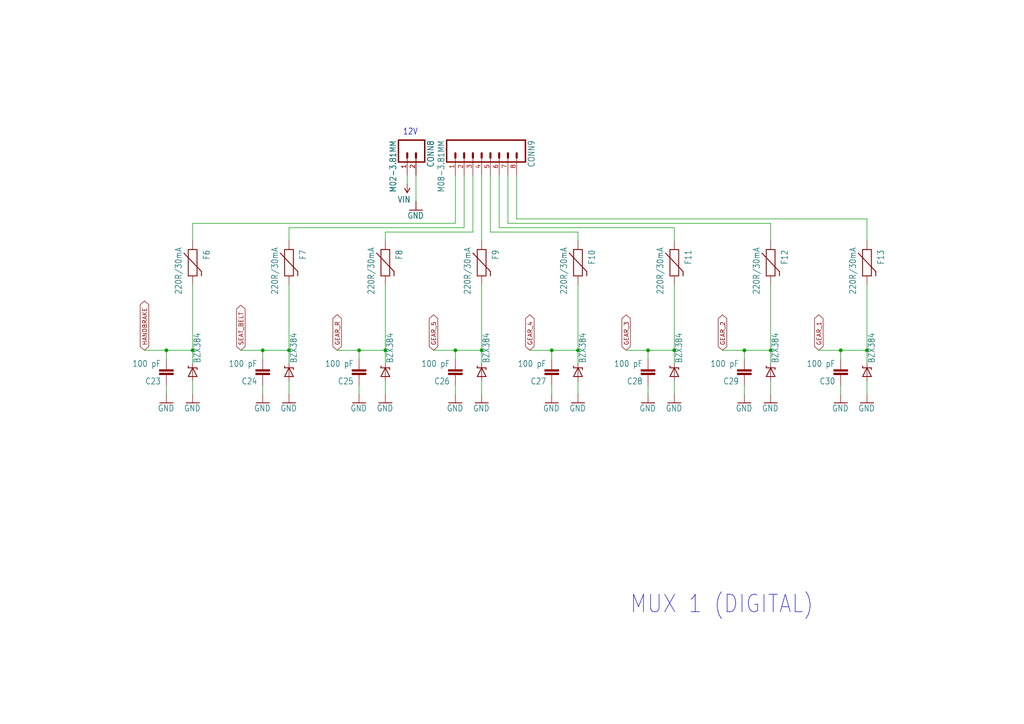
<source format=kicad_sch>
(kicad_sch
	(version 20231120)
	(generator "eeschema")
	(generator_version "8.0")
	(uuid "e55f1a4d-af2b-4018-8ca6-8f5bbd1c06cc")
	(paper "A4")
	(lib_symbols
		(symbol "sim-daq-eagle-import:C-EUC0805"
			(exclude_from_sim no)
			(in_bom yes)
			(on_board yes)
			(property "Reference" "C"
				(at 1.524 0.381 0)
				(effects
					(font
						(size 1.778 1.5113)
					)
					(justify left bottom)
				)
			)
			(property "Value" ""
				(at 1.524 -4.699 0)
				(effects
					(font
						(size 1.778 1.5113)
					)
					(justify left bottom)
				)
			)
			(property "Footprint" "sim-daq:C0805"
				(at 0 0 0)
				(effects
					(font
						(size 1.27 1.27)
					)
					(hide yes)
				)
			)
			(property "Datasheet" ""
				(at 0 0 0)
				(effects
					(font
						(size 1.27 1.27)
					)
					(hide yes)
				)
			)
			(property "Description" "CAPACITOR, European symbol"
				(at 0 0 0)
				(effects
					(font
						(size 1.27 1.27)
					)
					(hide yes)
				)
			)
			(property "ki_locked" ""
				(at 0 0 0)
				(effects
					(font
						(size 1.27 1.27)
					)
				)
			)
			(symbol "C-EUC0805_1_0"
				(rectangle
					(start -2.032 -2.032)
					(end 2.032 -1.524)
					(stroke
						(width 0)
						(type default)
					)
					(fill
						(type outline)
					)
				)
				(rectangle
					(start -2.032 -1.016)
					(end 2.032 -0.508)
					(stroke
						(width 0)
						(type default)
					)
					(fill
						(type outline)
					)
				)
				(polyline
					(pts
						(xy 0 -2.54) (xy 0 -2.032)
					)
					(stroke
						(width 0.1524)
						(type solid)
					)
					(fill
						(type none)
					)
				)
				(polyline
					(pts
						(xy 0 0) (xy 0 -0.508)
					)
					(stroke
						(width 0.1524)
						(type solid)
					)
					(fill
						(type none)
					)
				)
				(pin passive line
					(at 0 2.54 270)
					(length 2.54)
					(name "1"
						(effects
							(font
								(size 0 0)
							)
						)
					)
					(number "1"
						(effects
							(font
								(size 0 0)
							)
						)
					)
				)
				(pin passive line
					(at 0 -5.08 90)
					(length 2.54)
					(name "2"
						(effects
							(font
								(size 0 0)
							)
						)
					)
					(number "2"
						(effects
							(font
								(size 0 0)
							)
						)
					)
				)
			)
		)
		(symbol "sim-daq-eagle-import:DIODE-ZENER-BZT52"
			(exclude_from_sim no)
			(in_bom yes)
			(on_board yes)
			(property "Reference" ""
				(at 2.54 0.4826 0)
				(effects
					(font
						(size 1.778 1.5113)
					)
					(justify left bottom)
					(hide yes)
				)
			)
			(property "Value" ""
				(at 2.54 -2.3114 0)
				(effects
					(font
						(size 1.778 1.5113)
					)
					(justify left bottom)
				)
			)
			(property "Footprint" "sim-daq:SOD-323"
				(at 0 0 0)
				(effects
					(font
						(size 1.27 1.27)
					)
					(hide yes)
				)
			)
			(property "Datasheet" ""
				(at 0 0 0)
				(effects
					(font
						(size 1.27 1.27)
					)
					(hide yes)
				)
			)
			(property "Description" "Zener Diode Production Part - 8199 3.4V Zener Voltage"
				(at 0 0 0)
				(effects
					(font
						(size 1.27 1.27)
					)
					(hide yes)
				)
			)
			(property "ki_locked" ""
				(at 0 0 0)
				(effects
					(font
						(size 1.27 1.27)
					)
				)
			)
			(symbol "DIODE-ZENER-BZT52_1_0"
				(polyline
					(pts
						(xy -1.27 -1.27) (xy 1.27 0)
					)
					(stroke
						(width 0.254)
						(type solid)
					)
					(fill
						(type none)
					)
				)
				(polyline
					(pts
						(xy -1.27 1.27) (xy -1.27 -1.27)
					)
					(stroke
						(width 0.254)
						(type solid)
					)
					(fill
						(type none)
					)
				)
				(polyline
					(pts
						(xy 1.27 -1.27) (xy 0.762 -1.27)
					)
					(stroke
						(width 0.254)
						(type solid)
					)
					(fill
						(type none)
					)
				)
				(polyline
					(pts
						(xy 1.27 0) (xy -1.27 1.27)
					)
					(stroke
						(width 0.254)
						(type solid)
					)
					(fill
						(type none)
					)
				)
				(polyline
					(pts
						(xy 1.27 0) (xy 1.27 -1.27)
					)
					(stroke
						(width 0.254)
						(type solid)
					)
					(fill
						(type none)
					)
				)
				(polyline
					(pts
						(xy 1.27 1.27) (xy 1.27 0)
					)
					(stroke
						(width 0.254)
						(type solid)
					)
					(fill
						(type none)
					)
				)
				(polyline
					(pts
						(xy 1.27 1.27) (xy 1.778 1.27)
					)
					(stroke
						(width 0.254)
						(type solid)
					)
					(fill
						(type none)
					)
				)
				(pin passive line
					(at -2.54 0 0)
					(length 2.54)
					(name "A"
						(effects
							(font
								(size 0 0)
							)
						)
					)
					(number "A"
						(effects
							(font
								(size 0 0)
							)
						)
					)
				)
				(pin passive line
					(at 2.54 0 180)
					(length 2.54)
					(name "C"
						(effects
							(font
								(size 0 0)
							)
						)
					)
					(number "C"
						(effects
							(font
								(size 0 0)
							)
						)
					)
				)
			)
		)
		(symbol "sim-daq-eagle-import:M02-3.81MM"
			(exclude_from_sim no)
			(in_bom yes)
			(on_board yes)
			(property "Reference" "CONN"
				(at -2.54 5.842 0)
				(effects
					(font
						(size 1.778 1.5113)
					)
					(justify left bottom)
				)
			)
			(property "Value" ""
				(at -2.54 -5.08 0)
				(effects
					(font
						(size 1.778 1.5113)
					)
					(justify left bottom)
				)
			)
			(property "Footprint" "sim-daq:M02-3.81MM"
				(at 0 0 0)
				(effects
					(font
						(size 1.27 1.27)
					)
					(hide yes)
				)
			)
			(property "Datasheet" ""
				(at 0 0 0)
				(effects
					(font
						(size 1.27 1.27)
					)
					(hide yes)
				)
			)
			(property "Description" ""
				(at 0 0 0)
				(effects
					(font
						(size 1.27 1.27)
					)
					(hide yes)
				)
			)
			(property "ki_locked" ""
				(at 0 0 0)
				(effects
					(font
						(size 1.27 1.27)
					)
				)
			)
			(symbol "M02-3.81MM_1_0"
				(polyline
					(pts
						(xy -2.54 5.08) (xy -2.54 -2.54)
					)
					(stroke
						(width 0.4064)
						(type solid)
					)
					(fill
						(type none)
					)
				)
				(polyline
					(pts
						(xy -2.54 5.08) (xy 3.81 5.08)
					)
					(stroke
						(width 0.4064)
						(type solid)
					)
					(fill
						(type none)
					)
				)
				(polyline
					(pts
						(xy 1.27 0) (xy 2.54 0)
					)
					(stroke
						(width 0.6096)
						(type solid)
					)
					(fill
						(type none)
					)
				)
				(polyline
					(pts
						(xy 1.27 2.54) (xy 2.54 2.54)
					)
					(stroke
						(width 0.6096)
						(type solid)
					)
					(fill
						(type none)
					)
				)
				(polyline
					(pts
						(xy 3.81 -2.54) (xy -2.54 -2.54)
					)
					(stroke
						(width 0.4064)
						(type solid)
					)
					(fill
						(type none)
					)
				)
				(polyline
					(pts
						(xy 3.81 -2.54) (xy 3.81 5.08)
					)
					(stroke
						(width 0.4064)
						(type solid)
					)
					(fill
						(type none)
					)
				)
				(pin passive line
					(at 7.62 0 180)
					(length 5.08)
					(name "1"
						(effects
							(font
								(size 0 0)
							)
						)
					)
					(number "1"
						(effects
							(font
								(size 1.27 1.27)
							)
						)
					)
				)
				(pin passive line
					(at 7.62 2.54 180)
					(length 5.08)
					(name "2"
						(effects
							(font
								(size 0 0)
							)
						)
					)
					(number "2"
						(effects
							(font
								(size 1.27 1.27)
							)
						)
					)
				)
			)
		)
		(symbol "sim-daq-eagle-import:M08-3.81MM"
			(exclude_from_sim no)
			(in_bom yes)
			(on_board yes)
			(property "Reference" "CONN"
				(at -2.54 21.082 0)
				(effects
					(font
						(size 1.778 1.5113)
					)
					(justify left bottom)
				)
			)
			(property "Value" ""
				(at -2.54 -5.08 0)
				(effects
					(font
						(size 1.778 1.5113)
					)
					(justify left bottom)
				)
			)
			(property "Footprint" "sim-daq:M08-3.81"
				(at 0 0 0)
				(effects
					(font
						(size 1.27 1.27)
					)
					(hide yes)
				)
			)
			(property "Datasheet" ""
				(at 0 0 0)
				(effects
					(font
						(size 1.27 1.27)
					)
					(hide yes)
				)
			)
			(property "Description" ""
				(at 0 0 0)
				(effects
					(font
						(size 1.27 1.27)
					)
					(hide yes)
				)
			)
			(property "ki_locked" ""
				(at 0 0 0)
				(effects
					(font
						(size 1.27 1.27)
					)
				)
			)
			(symbol "M08-3.81MM_1_0"
				(polyline
					(pts
						(xy -2.54 20.32) (xy -2.54 -2.54)
					)
					(stroke
						(width 0.4064)
						(type solid)
					)
					(fill
						(type none)
					)
				)
				(polyline
					(pts
						(xy -2.54 20.32) (xy 3.81 20.32)
					)
					(stroke
						(width 0.4064)
						(type solid)
					)
					(fill
						(type none)
					)
				)
				(polyline
					(pts
						(xy 1.27 0) (xy 2.54 0)
					)
					(stroke
						(width 0.6096)
						(type solid)
					)
					(fill
						(type none)
					)
				)
				(polyline
					(pts
						(xy 1.27 2.54) (xy 2.54 2.54)
					)
					(stroke
						(width 0.6096)
						(type solid)
					)
					(fill
						(type none)
					)
				)
				(polyline
					(pts
						(xy 1.27 5.08) (xy 2.54 5.08)
					)
					(stroke
						(width 0.6096)
						(type solid)
					)
					(fill
						(type none)
					)
				)
				(polyline
					(pts
						(xy 1.27 7.62) (xy 2.54 7.62)
					)
					(stroke
						(width 0.6096)
						(type solid)
					)
					(fill
						(type none)
					)
				)
				(polyline
					(pts
						(xy 1.27 10.16) (xy 2.54 10.16)
					)
					(stroke
						(width 0.6096)
						(type solid)
					)
					(fill
						(type none)
					)
				)
				(polyline
					(pts
						(xy 1.27 12.7) (xy 2.54 12.7)
					)
					(stroke
						(width 0.6096)
						(type solid)
					)
					(fill
						(type none)
					)
				)
				(polyline
					(pts
						(xy 1.27 15.24) (xy 2.54 15.24)
					)
					(stroke
						(width 0.6096)
						(type solid)
					)
					(fill
						(type none)
					)
				)
				(polyline
					(pts
						(xy 1.27 17.78) (xy 2.54 17.78)
					)
					(stroke
						(width 0.6096)
						(type solid)
					)
					(fill
						(type none)
					)
				)
				(polyline
					(pts
						(xy 3.81 -2.54) (xy -2.54 -2.54)
					)
					(stroke
						(width 0.4064)
						(type solid)
					)
					(fill
						(type none)
					)
				)
				(polyline
					(pts
						(xy 3.81 -2.54) (xy 3.81 20.32)
					)
					(stroke
						(width 0.4064)
						(type solid)
					)
					(fill
						(type none)
					)
				)
				(pin passive line
					(at 7.62 0 180)
					(length 5.08)
					(name "1"
						(effects
							(font
								(size 0 0)
							)
						)
					)
					(number "1"
						(effects
							(font
								(size 1.27 1.27)
							)
						)
					)
				)
				(pin passive line
					(at 7.62 2.54 180)
					(length 5.08)
					(name "2"
						(effects
							(font
								(size 0 0)
							)
						)
					)
					(number "2"
						(effects
							(font
								(size 1.27 1.27)
							)
						)
					)
				)
				(pin passive line
					(at 7.62 5.08 180)
					(length 5.08)
					(name "3"
						(effects
							(font
								(size 0 0)
							)
						)
					)
					(number "3"
						(effects
							(font
								(size 1.27 1.27)
							)
						)
					)
				)
				(pin passive line
					(at 7.62 7.62 180)
					(length 5.08)
					(name "4"
						(effects
							(font
								(size 0 0)
							)
						)
					)
					(number "4"
						(effects
							(font
								(size 1.27 1.27)
							)
						)
					)
				)
				(pin passive line
					(at 7.62 10.16 180)
					(length 5.08)
					(name "5"
						(effects
							(font
								(size 0 0)
							)
						)
					)
					(number "5"
						(effects
							(font
								(size 1.27 1.27)
							)
						)
					)
				)
				(pin passive line
					(at 7.62 12.7 180)
					(length 5.08)
					(name "6"
						(effects
							(font
								(size 0 0)
							)
						)
					)
					(number "6"
						(effects
							(font
								(size 1.27 1.27)
							)
						)
					)
				)
				(pin passive line
					(at 7.62 15.24 180)
					(length 5.08)
					(name "7"
						(effects
							(font
								(size 0 0)
							)
						)
					)
					(number "7"
						(effects
							(font
								(size 1.27 1.27)
							)
						)
					)
				)
				(pin passive line
					(at 7.62 17.78 180)
					(length 5.08)
					(name "8"
						(effects
							(font
								(size 0 0)
							)
						)
					)
					(number "8"
						(effects
							(font
								(size 1.27 1.27)
							)
						)
					)
				)
			)
		)
		(symbol "sim-daq-eagle-import:PTC0603"
			(exclude_from_sim no)
			(in_bom yes)
			(on_board yes)
			(property "Reference" "F"
				(at -2.54 3.048 0)
				(effects
					(font
						(size 1.778 1.5113)
					)
					(justify left bottom)
				)
			)
			(property "Value" ""
				(at -3.302 -5.08 0)
				(effects
					(font
						(size 1.778 1.5113)
					)
					(justify left bottom)
				)
			)
			(property "Footprint" "sim-daq:0603"
				(at 0 0 0)
				(effects
					(font
						(size 1.27 1.27)
					)
					(hide yes)
				)
			)
			(property "Datasheet" ""
				(at 0 0 0)
				(effects
					(font
						(size 1.27 1.27)
					)
					(hide yes)
				)
			)
			(property "Description" "Resettable Fuse PTC Resettable Fuse. Spark Fun Electronics SKU : COM-08357"
				(at 0 0 0)
				(effects
					(font
						(size 1.27 1.27)
					)
					(hide yes)
				)
			)
			(property "ki_locked" ""
				(at 0 0 0)
				(effects
					(font
						(size 1.27 1.27)
					)
				)
			)
			(symbol "PTC0603_1_0"
				(polyline
					(pts
						(xy -2.54 -1.27) (xy -2.54 1.27)
					)
					(stroke
						(width 0.254)
						(type solid)
					)
					(fill
						(type none)
					)
				)
				(polyline
					(pts
						(xy -2.54 1.27) (xy 5.08 1.27)
					)
					(stroke
						(width 0.254)
						(type solid)
					)
					(fill
						(type none)
					)
				)
				(polyline
					(pts
						(xy -1.524 -2.54) (xy 3.81 2.54)
					)
					(stroke
						(width 0.254)
						(type solid)
					)
					(fill
						(type none)
					)
				)
				(polyline
					(pts
						(xy 3.81 2.54) (xy 5.08 2.54)
					)
					(stroke
						(width 0.254)
						(type solid)
					)
					(fill
						(type none)
					)
				)
				(polyline
					(pts
						(xy 5.08 -1.27) (xy -2.54 -1.27)
					)
					(stroke
						(width 0.254)
						(type solid)
					)
					(fill
						(type none)
					)
				)
				(polyline
					(pts
						(xy 5.08 1.27) (xy 5.08 -1.27)
					)
					(stroke
						(width 0.254)
						(type solid)
					)
					(fill
						(type none)
					)
				)
				(pin bidirectional line
					(at -5.08 0 0)
					(length 2.54)
					(name "1"
						(effects
							(font
								(size 0 0)
							)
						)
					)
					(number "1"
						(effects
							(font
								(size 0 0)
							)
						)
					)
				)
				(pin bidirectional line
					(at 7.62 0 180)
					(length 2.54)
					(name "2"
						(effects
							(font
								(size 0 0)
							)
						)
					)
					(number "2"
						(effects
							(font
								(size 0 0)
							)
						)
					)
				)
			)
		)
		(symbol "sim-daq-eagle-import:VIN"
			(power)
			(exclude_from_sim no)
			(in_bom yes)
			(on_board yes)
			(property "Reference" "#SUPPLY"
				(at 0 0 0)
				(effects
					(font
						(size 1.27 1.27)
					)
					(hide yes)
				)
			)
			(property "Value" ""
				(at -1.016 3.556 0)
				(effects
					(font
						(size 1.778 1.5113)
					)
					(justify left bottom)
				)
			)
			(property "Footprint" ""
				(at 0 0 0)
				(effects
					(font
						(size 1.27 1.27)
					)
					(hide yes)
				)
			)
			(property "Datasheet" ""
				(at 0 0 0)
				(effects
					(font
						(size 1.27 1.27)
					)
					(hide yes)
				)
			)
			(property "Description" "Vin supply symbol"
				(at 0 0 0)
				(effects
					(font
						(size 1.27 1.27)
					)
					(hide yes)
				)
			)
			(property "ki_locked" ""
				(at 0 0 0)
				(effects
					(font
						(size 1.27 1.27)
					)
				)
			)
			(symbol "VIN_1_0"
				(polyline
					(pts
						(xy 0 2.54) (xy -0.762 1.27)
					)
					(stroke
						(width 0.254)
						(type solid)
					)
					(fill
						(type none)
					)
				)
				(polyline
					(pts
						(xy 0.762 1.27) (xy 0 2.54)
					)
					(stroke
						(width 0.254)
						(type solid)
					)
					(fill
						(type none)
					)
				)
				(pin power_in line
					(at 0 0 90)
					(length 2.54)
					(name "VIN"
						(effects
							(font
								(size 0 0)
							)
						)
					)
					(number "1"
						(effects
							(font
								(size 0 0)
							)
						)
					)
				)
			)
		)
		(symbol "sim-daq-eagle-import:supply1_GND"
			(power)
			(exclude_from_sim no)
			(in_bom yes)
			(on_board yes)
			(property "Reference" "#GND"
				(at 0 0 0)
				(effects
					(font
						(size 1.27 1.27)
					)
					(hide yes)
				)
			)
			(property "Value" ""
				(at -2.54 -2.54 0)
				(effects
					(font
						(size 1.778 1.5113)
					)
					(justify left bottom)
				)
			)
			(property "Footprint" ""
				(at 0 0 0)
				(effects
					(font
						(size 1.27 1.27)
					)
					(hide yes)
				)
			)
			(property "Datasheet" ""
				(at 0 0 0)
				(effects
					(font
						(size 1.27 1.27)
					)
					(hide yes)
				)
			)
			(property "Description" "SUPPLY SYMBOL"
				(at 0 0 0)
				(effects
					(font
						(size 1.27 1.27)
					)
					(hide yes)
				)
			)
			(property "ki_locked" ""
				(at 0 0 0)
				(effects
					(font
						(size 1.27 1.27)
					)
				)
			)
			(symbol "supply1_GND_1_0"
				(polyline
					(pts
						(xy -1.905 0) (xy 1.905 0)
					)
					(stroke
						(width 0.254)
						(type solid)
					)
					(fill
						(type none)
					)
				)
				(pin power_in line
					(at 0 2.54 270)
					(length 2.54)
					(name "GND"
						(effects
							(font
								(size 0 0)
							)
						)
					)
					(number "1"
						(effects
							(font
								(size 0 0)
							)
						)
					)
				)
			)
		)
	)
	(junction
		(at 195.58 101.6)
		(diameter 0)
		(color 0 0 0 0)
		(uuid "13a5c25f-083a-4ac7-9c8f-2ee4bd199d4c")
	)
	(junction
		(at 104.14 101.6)
		(diameter 0)
		(color 0 0 0 0)
		(uuid "1ff75043-ce78-4a00-b81f-93a00ab388b5")
	)
	(junction
		(at 76.2 101.6)
		(diameter 0)
		(color 0 0 0 0)
		(uuid "2c9db40c-5c4f-41e6-8431-91169843120a")
	)
	(junction
		(at 83.82 101.6)
		(diameter 0)
		(color 0 0 0 0)
		(uuid "352ee5c8-ccec-41ff-b936-0e1569899ba8")
	)
	(junction
		(at 223.52 101.6)
		(diameter 0)
		(color 0 0 0 0)
		(uuid "3ab88283-6d62-4bf5-899e-4b2f320d6588")
	)
	(junction
		(at 55.88 101.6)
		(diameter 0)
		(color 0 0 0 0)
		(uuid "43b64846-46c2-4976-8d21-8169eb98484c")
	)
	(junction
		(at 160.02 101.6)
		(diameter 0)
		(color 0 0 0 0)
		(uuid "58ab0495-fdba-44ca-bcc8-0cee5b7191d9")
	)
	(junction
		(at 48.26 101.6)
		(diameter 0)
		(color 0 0 0 0)
		(uuid "5e64cca0-2f53-42ce-928c-ceb7a0fcce63")
	)
	(junction
		(at 251.46 101.6)
		(diameter 0)
		(color 0 0 0 0)
		(uuid "6a367b72-d848-4dde-9fce-6651851e99ba")
	)
	(junction
		(at 167.64 101.6)
		(diameter 0)
		(color 0 0 0 0)
		(uuid "8a8577de-5a7f-469b-98b0-b5e29c80b94b")
	)
	(junction
		(at 243.84 101.6)
		(diameter 0)
		(color 0 0 0 0)
		(uuid "992fad81-cd72-4786-be78-36c72cf87df3")
	)
	(junction
		(at 187.96 101.6)
		(diameter 0)
		(color 0 0 0 0)
		(uuid "aa093cd1-7e9a-468b-9984-189ee540bc1c")
	)
	(junction
		(at 132.08 101.6)
		(diameter 0)
		(color 0 0 0 0)
		(uuid "aed5d57e-95c6-4bde-808e-a0de04a6d7b5")
	)
	(junction
		(at 215.9 101.6)
		(diameter 0)
		(color 0 0 0 0)
		(uuid "bf9486df-eabb-4ef8-beb0-b4add7b981ec")
	)
	(junction
		(at 111.76 101.6)
		(diameter 0)
		(color 0 0 0 0)
		(uuid "e0f18e7f-4d01-4acf-a7c9-0d30585e0594")
	)
	(junction
		(at 139.7 101.6)
		(diameter 0)
		(color 0 0 0 0)
		(uuid "e8e1f993-f269-440e-a1e6-d46fa0dbc306")
	)
	(wire
		(pts
			(xy 160.02 101.6) (xy 167.64 101.6)
		)
		(stroke
			(width 0.1524)
			(type solid)
		)
		(uuid "04b9d52c-065e-470d-b5ff-ab42a1366148")
	)
	(wire
		(pts
			(xy 83.82 82.55) (xy 83.82 101.6)
		)
		(stroke
			(width 0.1524)
			(type solid)
		)
		(uuid "079623cb-74b5-45e5-ae5b-57f544120be9")
	)
	(wire
		(pts
			(xy 160.02 101.6) (xy 153.67 101.6)
		)
		(stroke
			(width 0.1524)
			(type solid)
		)
		(uuid "09534e69-2377-46c9-ad8b-ae857344b425")
	)
	(wire
		(pts
			(xy 187.96 101.6) (xy 181.61 101.6)
		)
		(stroke
			(width 0.1524)
			(type solid)
		)
		(uuid "0c15bf89-bb9c-4b5e-98a8-7c77a6c99fc7")
	)
	(wire
		(pts
			(xy 76.2 101.6) (xy 69.85 101.6)
		)
		(stroke
			(width 0.1524)
			(type solid)
		)
		(uuid "1047b197-6b59-4fdf-abbf-6d67d2334167")
	)
	(wire
		(pts
			(xy 48.26 101.6) (xy 55.88 101.6)
		)
		(stroke
			(width 0.1524)
			(type solid)
		)
		(uuid "111ebef2-0b31-49d7-82b0-96765687f8d6")
	)
	(wire
		(pts
			(xy 76.2 104.14) (xy 76.2 101.6)
		)
		(stroke
			(width 0.1524)
			(type solid)
		)
		(uuid "120b495d-3a07-43f8-b586-002c5122e09c")
	)
	(wire
		(pts
			(xy 55.88 114.3) (xy 55.88 110.49)
		)
		(stroke
			(width 0.1524)
			(type solid)
		)
		(uuid "174d02e5-0f4f-4106-860a-3035482a129b")
	)
	(wire
		(pts
			(xy 215.9 101.6) (xy 209.55 101.6)
		)
		(stroke
			(width 0.1524)
			(type solid)
		)
		(uuid "1bb02d37-4fa6-4664-aff4-c4c23eb6af2b")
	)
	(wire
		(pts
			(xy 187.96 104.14) (xy 187.96 101.6)
		)
		(stroke
			(width 0.1524)
			(type solid)
		)
		(uuid "1de0deec-f3b2-4684-aa97-aebf47de6e0d")
	)
	(wire
		(pts
			(xy 104.14 114.3) (xy 104.14 111.76)
		)
		(stroke
			(width 0.1524)
			(type solid)
		)
		(uuid "1e799856-3a74-4f04-937a-effdf8c02b87")
	)
	(wire
		(pts
			(xy 160.02 114.3) (xy 160.02 111.76)
		)
		(stroke
			(width 0.1524)
			(type solid)
		)
		(uuid "20e62651-33fd-406c-a3b3-21570b9df08c")
	)
	(wire
		(pts
			(xy 147.32 64.77) (xy 223.52 64.77)
		)
		(stroke
			(width 0.1524)
			(type solid)
		)
		(uuid "24afdfcf-36ec-4d7e-8ecc-1833364796ff")
	)
	(wire
		(pts
			(xy 243.84 101.6) (xy 237.49 101.6)
		)
		(stroke
			(width 0.1524)
			(type solid)
		)
		(uuid "25bb9f83-0fe0-49e0-9c47-8e45d85afb87")
	)
	(wire
		(pts
			(xy 195.58 114.3) (xy 195.58 110.49)
		)
		(stroke
			(width 0.1524)
			(type solid)
		)
		(uuid "28bce02d-4ce2-4a78-bdd7-75b57b1fe684")
	)
	(wire
		(pts
			(xy 139.7 82.55) (xy 139.7 101.6)
		)
		(stroke
			(width 0.1524)
			(type solid)
		)
		(uuid "2ed0f560-e88e-41d8-a52b-8ef4aefc02ac")
	)
	(wire
		(pts
			(xy 215.9 104.14) (xy 215.9 101.6)
		)
		(stroke
			(width 0.1524)
			(type solid)
		)
		(uuid "3405a8c2-33bf-4c55-a5c0-bbd705fac3e7")
	)
	(wire
		(pts
			(xy 132.08 101.6) (xy 125.73 101.6)
		)
		(stroke
			(width 0.1524)
			(type solid)
		)
		(uuid "3671bcb9-1b00-402a-9d3c-e7fed116d55f")
	)
	(wire
		(pts
			(xy 111.76 69.85) (xy 111.76 67.31)
		)
		(stroke
			(width 0.1524)
			(type solid)
		)
		(uuid "4105c3d8-beac-4b14-93c3-55dde659376c")
	)
	(wire
		(pts
			(xy 139.7 114.3) (xy 139.7 110.49)
		)
		(stroke
			(width 0.1524)
			(type solid)
		)
		(uuid "439e3327-9db5-440b-81f7-ddaa9fa47499")
	)
	(wire
		(pts
			(xy 120.65 50.8) (xy 120.65 58.42)
		)
		(stroke
			(width 0.1524)
			(type solid)
		)
		(uuid "47a5bb6f-a84a-4b94-9a9b-e65e2f5e2613")
	)
	(wire
		(pts
			(xy 111.76 105.41) (xy 111.76 101.6)
		)
		(stroke
			(width 0.1524)
			(type solid)
		)
		(uuid "4aa20d16-1983-4366-b8a7-9988ff9ca41a")
	)
	(wire
		(pts
			(xy 142.24 67.31) (xy 167.64 67.31)
		)
		(stroke
			(width 0.1524)
			(type solid)
		)
		(uuid "5448e15f-b65a-4eb7-b080-0ea8455cbe0d")
	)
	(wire
		(pts
			(xy 139.7 69.85) (xy 139.7 50.8)
		)
		(stroke
			(width 0.1524)
			(type solid)
		)
		(uuid "5646e276-1e76-46f2-a117-d8343d68da28")
	)
	(wire
		(pts
			(xy 111.76 114.3) (xy 111.76 110.49)
		)
		(stroke
			(width 0.1524)
			(type solid)
		)
		(uuid "587b1e2a-7590-4deb-aa04-a427266421a2")
	)
	(wire
		(pts
			(xy 48.26 101.6) (xy 41.91 101.6)
		)
		(stroke
			(width 0.1524)
			(type solid)
		)
		(uuid "5899cb7a-db6c-47b6-8c55-888dcfe558e4")
	)
	(wire
		(pts
			(xy 215.9 101.6) (xy 223.52 101.6)
		)
		(stroke
			(width 0.1524)
			(type solid)
		)
		(uuid "5b35eb9a-34da-41ed-9016-938080d0a717")
	)
	(wire
		(pts
			(xy 144.78 66.04) (xy 195.58 66.04)
		)
		(stroke
			(width 0.1524)
			(type solid)
		)
		(uuid "5e48b842-3e4d-4f8f-b87d-da9c1615519f")
	)
	(wire
		(pts
			(xy 48.26 114.3) (xy 48.26 111.76)
		)
		(stroke
			(width 0.1524)
			(type solid)
		)
		(uuid "61b160d8-174e-4033-8d74-afbde6181638")
	)
	(wire
		(pts
			(xy 104.14 104.14) (xy 104.14 101.6)
		)
		(stroke
			(width 0.1524)
			(type solid)
		)
		(uuid "61b9b15d-2829-469b-899e-2052da785573")
	)
	(wire
		(pts
			(xy 111.76 67.31) (xy 137.16 67.31)
		)
		(stroke
			(width 0.1524)
			(type solid)
		)
		(uuid "672cd194-e76f-4e8b-b7e4-99d934f90461")
	)
	(wire
		(pts
			(xy 132.08 114.3) (xy 132.08 111.76)
		)
		(stroke
			(width 0.1524)
			(type solid)
		)
		(uuid "677fba3b-3f06-402b-b60c-b3f01172e063")
	)
	(wire
		(pts
			(xy 55.88 82.55) (xy 55.88 101.6)
		)
		(stroke
			(width 0.1524)
			(type solid)
		)
		(uuid "6be0bed4-3dac-4ca3-8d1c-24c339c9bf56")
	)
	(wire
		(pts
			(xy 195.58 82.55) (xy 195.58 101.6)
		)
		(stroke
			(width 0.1524)
			(type solid)
		)
		(uuid "6d522e52-6515-4cc5-913b-e0e41db8921f")
	)
	(wire
		(pts
			(xy 243.84 104.14) (xy 243.84 101.6)
		)
		(stroke
			(width 0.1524)
			(type solid)
		)
		(uuid "6f0574d4-a4f5-49d2-85ad-550c68714ad6")
	)
	(wire
		(pts
			(xy 132.08 64.77) (xy 132.08 50.8)
		)
		(stroke
			(width 0.1524)
			(type solid)
		)
		(uuid "7510273b-7b30-482d-9ad8-90addb9776fb")
	)
	(wire
		(pts
			(xy 167.64 67.31) (xy 167.64 69.85)
		)
		(stroke
			(width 0.1524)
			(type solid)
		)
		(uuid "770d5ff6-215d-4fe8-88a9-22be04793123")
	)
	(wire
		(pts
			(xy 195.58 105.41) (xy 195.58 101.6)
		)
		(stroke
			(width 0.1524)
			(type solid)
		)
		(uuid "772fd88a-6301-4667-90d0-e60da06d2031")
	)
	(wire
		(pts
			(xy 48.26 104.14) (xy 48.26 101.6)
		)
		(stroke
			(width 0.1524)
			(type solid)
		)
		(uuid "831146c5-3bb4-47cf-890d-9ef5789cad15")
	)
	(wire
		(pts
			(xy 243.84 101.6) (xy 251.46 101.6)
		)
		(stroke
			(width 0.1524)
			(type solid)
		)
		(uuid "876ec49a-7061-4a9e-86ab-d0b735c8c994")
	)
	(wire
		(pts
			(xy 223.52 82.55) (xy 223.52 101.6)
		)
		(stroke
			(width 0.1524)
			(type solid)
		)
		(uuid "876fa39e-ab20-4088-b2d3-db1adcf17a64")
	)
	(wire
		(pts
			(xy 83.82 66.04) (xy 134.62 66.04)
		)
		(stroke
			(width 0.1524)
			(type solid)
		)
		(uuid "886996d7-34c2-429a-b75b-e6d5812c5fbe")
	)
	(wire
		(pts
			(xy 167.64 105.41) (xy 167.64 101.6)
		)
		(stroke
			(width 0.1524)
			(type solid)
		)
		(uuid "8a076ed3-ea3c-49f0-847c-6db20b3aaa8d")
	)
	(wire
		(pts
			(xy 144.78 50.8) (xy 144.78 66.04)
		)
		(stroke
			(width 0.1524)
			(type solid)
		)
		(uuid "8e243e45-610a-428b-a6d5-0efc8e64a298")
	)
	(wire
		(pts
			(xy 83.82 105.41) (xy 83.82 101.6)
		)
		(stroke
			(width 0.1524)
			(type solid)
		)
		(uuid "8e5cdd8b-4c0b-4305-a3ea-f4c0c642af33")
	)
	(wire
		(pts
			(xy 76.2 101.6) (xy 83.82 101.6)
		)
		(stroke
			(width 0.1524)
			(type solid)
		)
		(uuid "92b9219d-f33a-4ea5-8a8a-aa12207f8c16")
	)
	(wire
		(pts
			(xy 167.64 82.55) (xy 167.64 101.6)
		)
		(stroke
			(width 0.1524)
			(type solid)
		)
		(uuid "965e8c73-c605-4c0c-9b0a-ccefe88a0e86")
	)
	(wire
		(pts
			(xy 187.96 114.3) (xy 187.96 111.76)
		)
		(stroke
			(width 0.1524)
			(type solid)
		)
		(uuid "97b8faa5-0ebe-4c2e-a336-c3c025190367")
	)
	(wire
		(pts
			(xy 251.46 105.41) (xy 251.46 101.6)
		)
		(stroke
			(width 0.1524)
			(type solid)
		)
		(uuid "990290e3-3166-4dea-b692-8b6893e072d7")
	)
	(wire
		(pts
			(xy 118.11 50.8) (xy 118.11 53.34)
		)
		(stroke
			(width 0.1524)
			(type solid)
		)
		(uuid "99ec659a-7b93-4bce-acce-8427daa595bb")
	)
	(wire
		(pts
			(xy 111.76 82.55) (xy 111.76 101.6)
		)
		(stroke
			(width 0.1524)
			(type solid)
		)
		(uuid "9c1bf89d-6f59-4059-933b-e25ff1811874")
	)
	(wire
		(pts
			(xy 104.14 101.6) (xy 111.76 101.6)
		)
		(stroke
			(width 0.1524)
			(type solid)
		)
		(uuid "9c2f66dc-c162-4787-ac72-9b76a4804763")
	)
	(wire
		(pts
			(xy 132.08 104.14) (xy 132.08 101.6)
		)
		(stroke
			(width 0.1524)
			(type solid)
		)
		(uuid "a266639b-09f0-4a33-8e53-7820d48a9db2")
	)
	(wire
		(pts
			(xy 243.84 114.3) (xy 243.84 111.76)
		)
		(stroke
			(width 0.1524)
			(type solid)
		)
		(uuid "ac762fa7-857f-4f46-8369-10ae65d3aea3")
	)
	(wire
		(pts
			(xy 83.82 114.3) (xy 83.82 110.49)
		)
		(stroke
			(width 0.1524)
			(type solid)
		)
		(uuid "ad03c94d-b8b8-416d-b9b7-a76e7805ce4c")
	)
	(wire
		(pts
			(xy 55.88 105.41) (xy 55.88 101.6)
		)
		(stroke
			(width 0.1524)
			(type solid)
		)
		(uuid "ae2832d3-0169-419b-90bd-627eacf1dc63")
	)
	(wire
		(pts
			(xy 134.62 66.04) (xy 134.62 50.8)
		)
		(stroke
			(width 0.1524)
			(type solid)
		)
		(uuid "b188c895-1516-4722-9f80-df5b18e6e037")
	)
	(wire
		(pts
			(xy 223.52 114.3) (xy 223.52 110.49)
		)
		(stroke
			(width 0.1524)
			(type solid)
		)
		(uuid "b6072485-f13c-4e07-8fe1-f06a79c76c22")
	)
	(wire
		(pts
			(xy 55.88 69.85) (xy 55.88 64.77)
		)
		(stroke
			(width 0.1524)
			(type solid)
		)
		(uuid "c00e6c58-2f56-4ee6-ac7b-1875d75ce340")
	)
	(wire
		(pts
			(xy 223.52 105.41) (xy 223.52 101.6)
		)
		(stroke
			(width 0.1524)
			(type solid)
		)
		(uuid "c5b5e208-7edf-461c-87b9-4885920f4d37")
	)
	(wire
		(pts
			(xy 215.9 114.3) (xy 215.9 111.76)
		)
		(stroke
			(width 0.1524)
			(type solid)
		)
		(uuid "c5c6c4e2-6078-4740-8286-c2585aaefbcd")
	)
	(wire
		(pts
			(xy 55.88 64.77) (xy 132.08 64.77)
		)
		(stroke
			(width 0.1524)
			(type solid)
		)
		(uuid "c9232629-2393-4d2f-b6b2-4859d4d2807b")
	)
	(wire
		(pts
			(xy 147.32 50.8) (xy 147.32 64.77)
		)
		(stroke
			(width 0.1524)
			(type solid)
		)
		(uuid "c9834792-7629-4378-9fc3-6dd4bc947ae6")
	)
	(wire
		(pts
			(xy 132.08 101.6) (xy 139.7 101.6)
		)
		(stroke
			(width 0.1524)
			(type solid)
		)
		(uuid "ca6aa806-9ae6-4baa-9f04-26727f2a0090")
	)
	(wire
		(pts
			(xy 139.7 105.41) (xy 139.7 101.6)
		)
		(stroke
			(width 0.1524)
			(type solid)
		)
		(uuid "cdb02402-8bc7-47b6-a998-3a8bceed65f4")
	)
	(wire
		(pts
			(xy 251.46 114.3) (xy 251.46 110.49)
		)
		(stroke
			(width 0.1524)
			(type solid)
		)
		(uuid "cf42398a-bd4c-4128-b857-6b18b539a122")
	)
	(wire
		(pts
			(xy 187.96 101.6) (xy 195.58 101.6)
		)
		(stroke
			(width 0.1524)
			(type solid)
		)
		(uuid "d33bf108-0174-4f75-86c5-cb1ca51b8428")
	)
	(wire
		(pts
			(xy 149.86 63.5) (xy 251.46 63.5)
		)
		(stroke
			(width 0.1524)
			(type solid)
		)
		(uuid "d4261ce1-0ecc-4849-b784-a14dacb07703")
	)
	(wire
		(pts
			(xy 137.16 67.31) (xy 137.16 50.8)
		)
		(stroke
			(width 0.1524)
			(type solid)
		)
		(uuid "db4a5616-54ea-418b-8ba1-94c20770e768")
	)
	(wire
		(pts
			(xy 167.64 114.3) (xy 167.64 110.49)
		)
		(stroke
			(width 0.1524)
			(type solid)
		)
		(uuid "e0b1ed26-4dc7-4c0b-9076-c9c029f28d7c")
	)
	(wire
		(pts
			(xy 251.46 63.5) (xy 251.46 69.85)
		)
		(stroke
			(width 0.1524)
			(type solid)
		)
		(uuid "e18dc4e1-7694-47c9-a0ce-f463bf8ce717")
	)
	(wire
		(pts
			(xy 83.82 69.85) (xy 83.82 66.04)
		)
		(stroke
			(width 0.1524)
			(type solid)
		)
		(uuid "e47d46fb-e2e8-4a3e-911e-2d39b9a65ffe")
	)
	(wire
		(pts
			(xy 251.46 82.55) (xy 251.46 101.6)
		)
		(stroke
			(width 0.1524)
			(type solid)
		)
		(uuid "e82b506f-072f-4d60-a0f1-8b2463e7fe12")
	)
	(wire
		(pts
			(xy 223.52 64.77) (xy 223.52 69.85)
		)
		(stroke
			(width 0.1524)
			(type solid)
		)
		(uuid "f20e35d6-1325-40bc-af5d-ddfccde7fadd")
	)
	(wire
		(pts
			(xy 149.86 50.8) (xy 149.86 63.5)
		)
		(stroke
			(width 0.1524)
			(type solid)
		)
		(uuid "f2f29595-fea8-4456-9348-4e235b8e4235")
	)
	(wire
		(pts
			(xy 142.24 50.8) (xy 142.24 67.31)
		)
		(stroke
			(width 0.1524)
			(type solid)
		)
		(uuid "f417f72e-9fe7-4bf3-857c-96b51a617c31")
	)
	(wire
		(pts
			(xy 76.2 114.3) (xy 76.2 111.76)
		)
		(stroke
			(width 0.1524)
			(type solid)
		)
		(uuid "f7b99c4c-0a4c-441b-af44-4849687c86de")
	)
	(wire
		(pts
			(xy 104.14 101.6) (xy 97.79 101.6)
		)
		(stroke
			(width 0.1524)
			(type solid)
		)
		(uuid "f9791980-52fa-4481-b32d-270d7cd38fc3")
	)
	(wire
		(pts
			(xy 160.02 104.14) (xy 160.02 101.6)
		)
		(stroke
			(width 0.1524)
			(type solid)
		)
		(uuid "fac8c283-1fff-4982-a424-99196675b32b")
	)
	(wire
		(pts
			(xy 195.58 66.04) (xy 195.58 69.85)
		)
		(stroke
			(width 0.1524)
			(type solid)
		)
		(uuid "fc8f3e30-4a30-4a4a-b707-6da18432cf6d")
	)
	(text "MUX 1 (DIGITAL)"
		(exclude_from_sim no)
		(at 182.626 178.308 0)
		(effects
			(font
				(size 5.08 4.318)
			)
			(justify left bottom)
		)
		(uuid "613aaa0c-90f0-46cf-84b6-d54aea4e8356")
	)
	(text "12V"
		(exclude_from_sim no)
		(at 116.84 39.37 0)
		(effects
			(font
				(size 1.778 1.5113)
			)
			(justify left bottom)
		)
		(uuid "c39fa690-af10-493f-bc2f-4294063fd0f7")
	)
	(global_label "GEAR_2"
		(shape bidirectional)
		(at 209.55 101.6 90)
		(fields_autoplaced yes)
		(effects
			(font
				(size 1.2446 1.2446)
			)
			(justify left)
		)
		(uuid "2e21ec88-c4a6-409d-99c4-63b3a61f1e11")
		(property "Intersheetrefs" "${INTERSHEET_REFS}"
			(at 209.55 90.7701 90)
			(effects
				(font
					(size 1.27 1.27)
				)
				(justify left)
				(hide yes)
			)
		)
	)
	(global_label "HANDBRAKE"
		(shape bidirectional)
		(at 41.91 101.6 90)
		(fields_autoplaced yes)
		(effects
			(font
				(face "KiCad Font")
				(size 1.2446 1.2446)
			)
			(justify left)
		)
		(uuid "360c541b-bdc3-4d6a-97fd-f7f4c1441cf6")
		(property "Intersheetrefs" "${INTERSHEET_REFS}"
			(at 41.91 86.7399 90)
			(effects
				(font
					(size 1.27 1.27)
				)
				(justify left)
				(hide yes)
			)
		)
	)
	(global_label "GEAR_3"
		(shape bidirectional)
		(at 181.61 101.6 90)
		(fields_autoplaced yes)
		(effects
			(font
				(size 1.2446 1.2446)
			)
			(justify left)
		)
		(uuid "5c51b6f0-8966-4672-a3c0-2450e232c5fb")
		(property "Intersheetrefs" "${INTERSHEET_REFS}"
			(at 181.61 90.7701 90)
			(effects
				(font
					(size 1.27 1.27)
				)
				(justify left)
				(hide yes)
			)
		)
	)
	(global_label "GEAR_R"
		(shape bidirectional)
		(at 97.79 101.6 90)
		(fields_autoplaced yes)
		(effects
			(font
				(size 1.2446 1.2446)
			)
			(justify left)
		)
		(uuid "6686543a-6cfd-426a-87db-4b92c9c8fae6")
		(property "Intersheetrefs" "${INTERSHEET_REFS}"
			(at 97.79 90.7108 90)
			(effects
				(font
					(size 1.27 1.27)
				)
				(justify left)
				(hide yes)
			)
		)
	)
	(global_label "SEAT_BELT"
		(shape bidirectional)
		(at 69.85 101.6 90)
		(fields_autoplaced yes)
		(effects
			(font
				(size 1.2446 1.2446)
			)
			(justify left)
		)
		(uuid "d58c7ea5-2f4c-4e38-a91e-1b54fc109268")
		(property "Intersheetrefs" "${INTERSHEET_REFS}"
			(at 69.85 87.9845 90)
			(effects
				(font
					(size 1.27 1.27)
				)
				(justify left)
				(hide yes)
			)
		)
	)
	(global_label "GEAR_1"
		(shape bidirectional)
		(at 237.49 101.6 90)
		(fields_autoplaced yes)
		(effects
			(font
				(size 1.2446 1.2446)
			)
			(justify left)
		)
		(uuid "d58c8afa-e41e-4697-a4bf-6605a954b9ce")
		(property "Intersheetrefs" "${INTERSHEET_REFS}"
			(at 237.49 90.7701 90)
			(effects
				(font
					(size 1.27 1.27)
				)
				(justify left)
				(hide yes)
			)
		)
	)
	(global_label "GEAR_5"
		(shape bidirectional)
		(at 125.73 101.6 90)
		(fields_autoplaced yes)
		(effects
			(font
				(size 1.2446 1.2446)
			)
			(justify left)
		)
		(uuid "f478e9c9-3fc5-4bba-8da1-00053d46d5ae")
		(property "Intersheetrefs" "${INTERSHEET_REFS}"
			(at 125.73 90.7701 90)
			(effects
				(font
					(size 1.27 1.27)
				)
				(justify left)
				(hide yes)
			)
		)
	)
	(global_label "GEAR_4"
		(shape bidirectional)
		(at 153.67 101.6 90)
		(fields_autoplaced yes)
		(effects
			(font
				(size 1.2446 1.2446)
			)
			(justify left)
		)
		(uuid "fb6df627-bdbe-4bbc-a8d8-7dd18e47d0b1")
		(property "Intersheetrefs" "${INTERSHEET_REFS}"
			(at 153.67 90.7701 90)
			(effects
				(font
					(size 1.27 1.27)
				)
				(justify left)
				(hide yes)
			)
		)
	)
	(symbol
		(lib_id "sim-daq-eagle-import:DIODE-ZENER-BZT52")
		(at 223.52 107.95 90)
		(unit 1)
		(exclude_from_sim no)
		(in_bom yes)
		(on_board yes)
		(dnp no)
		(uuid "00a7c6df-685d-4d70-bb2e-0ae2e5b1ccca")
		(property "Reference" "D31"
			(at 223.0374 105.41 0)
			(effects
				(font
					(size 1.778 1.5113)
				)
				(justify left bottom)
				(hide yes)
			)
		)
		(property "Value" "BZX384"
			(at 225.8314 105.41 0)
			(effects
				(font
					(size 1.778 1.5113)
				)
				(justify left bottom)
			)
		)
		(property "Footprint" "sim-daq:SOD-323"
			(at 223.52 107.95 0)
			(effects
				(font
					(size 1.27 1.27)
				)
				(hide yes)
			)
		)
		(property "Datasheet" ""
			(at 223.52 107.95 0)
			(effects
				(font
					(size 1.27 1.27)
				)
				(hide yes)
			)
		)
		(property "Description" ""
			(at 223.52 107.95 0)
			(effects
				(font
					(size 1.27 1.27)
				)
				(hide yes)
			)
		)
		(property "PARTNO" "*"
			(at 223.52 107.95 90)
			(effects
				(font
					(size 1.27 1.27)
				)
				(justify right top)
				(hide yes)
			)
		)
		(pin "C"
			(uuid "9fd794fb-691c-40e1-ad52-516878ec954c")
		)
		(pin "A"
			(uuid "42bd19bc-6807-42a9-96ff-533726e383a2")
		)
		(instances
			(project "sim-daq"
				(path "/49d127e9-4d55-4359-a72f-e53f94e14ae0/a1d97233-7667-4797-ba99-74ffc63351ce"
					(reference "D31")
					(unit 1)
				)
			)
		)
	)
	(symbol
		(lib_id "sim-daq-eagle-import:supply1_GND")
		(at 195.58 116.84 0)
		(unit 1)
		(exclude_from_sim no)
		(in_bom yes)
		(on_board yes)
		(dnp no)
		(uuid "045acdbd-cb59-40d0-94c9-fb41d85b8ebd")
		(property "Reference" "#GND48"
			(at 195.58 116.84 0)
			(effects
				(font
					(size 1.27 1.27)
				)
				(hide yes)
			)
		)
		(property "Value" "GND"
			(at 193.04 119.38 0)
			(effects
				(font
					(size 1.778 1.5113)
				)
				(justify left bottom)
			)
		)
		(property "Footprint" ""
			(at 195.58 116.84 0)
			(effects
				(font
					(size 1.27 1.27)
				)
				(hide yes)
			)
		)
		(property "Datasheet" ""
			(at 195.58 116.84 0)
			(effects
				(font
					(size 1.27 1.27)
				)
				(hide yes)
			)
		)
		(property "Description" ""
			(at 195.58 116.84 0)
			(effects
				(font
					(size 1.27 1.27)
				)
				(hide yes)
			)
		)
		(pin "1"
			(uuid "ed1dff84-70fe-40a6-820c-8863f0f48f41")
		)
		(instances
			(project "sim-daq"
				(path "/49d127e9-4d55-4359-a72f-e53f94e14ae0/a1d97233-7667-4797-ba99-74ffc63351ce"
					(reference "#GND48")
					(unit 1)
				)
			)
		)
	)
	(symbol
		(lib_id "sim-daq-eagle-import:C-EUC0805")
		(at 76.2 109.22 180)
		(unit 1)
		(exclude_from_sim no)
		(in_bom yes)
		(on_board yes)
		(dnp no)
		(uuid "04af2d51-e259-4158-ac3f-bebc0beefd44")
		(property "Reference" "C24"
			(at 74.676 109.601 0)
			(effects
				(font
					(size 1.778 1.5113)
				)
				(justify left bottom)
			)
		)
		(property "Value" "100 pF"
			(at 74.676 104.521 0)
			(effects
				(font
					(size 1.778 1.5113)
				)
				(justify left bottom)
			)
		)
		(property "Footprint" "sim-daq:C0805"
			(at 76.2 109.22 0)
			(effects
				(font
					(size 1.27 1.27)
				)
				(hide yes)
			)
		)
		(property "Datasheet" ""
			(at 76.2 109.22 0)
			(effects
				(font
					(size 1.27 1.27)
				)
				(hide yes)
			)
		)
		(property "Description" ""
			(at 76.2 109.22 0)
			(effects
				(font
					(size 1.27 1.27)
				)
				(hide yes)
			)
		)
		(property "PARTNO" "*"
			(at 76.2 109.22 0)
			(effects
				(font
					(size 1.27 1.27)
				)
				(justify right top)
				(hide yes)
			)
		)
		(pin "2"
			(uuid "8a30bc37-b9d6-46b9-9107-cafd50f122f0")
		)
		(pin "1"
			(uuid "cec59032-0827-4650-8250-e8f8c55ea4db")
		)
		(instances
			(project "sim-daq"
				(path "/49d127e9-4d55-4359-a72f-e53f94e14ae0/a1d97233-7667-4797-ba99-74ffc63351ce"
					(reference "C24")
					(unit 1)
				)
			)
		)
	)
	(symbol
		(lib_id "sim-daq-eagle-import:VIN")
		(at 118.11 53.34 180)
		(unit 1)
		(exclude_from_sim no)
		(in_bom yes)
		(on_board yes)
		(dnp no)
		(uuid "0823434c-d755-4821-b9bf-2ed300de4dfe")
		(property "Reference" "#SUPPLY25"
			(at 118.11 53.34 0)
			(effects
				(font
					(size 1.27 1.27)
				)
				(hide yes)
			)
		)
		(property "Value" "VIN"
			(at 119.126 56.896 0)
			(effects
				(font
					(size 1.778 1.5113)
				)
				(justify left bottom)
			)
		)
		(property "Footprint" ""
			(at 118.11 53.34 0)
			(effects
				(font
					(size 1.27 1.27)
				)
				(hide yes)
			)
		)
		(property "Datasheet" ""
			(at 118.11 53.34 0)
			(effects
				(font
					(size 1.27 1.27)
				)
				(hide yes)
			)
		)
		(property "Description" ""
			(at 118.11 53.34 0)
			(effects
				(font
					(size 1.27 1.27)
				)
				(hide yes)
			)
		)
		(pin "1"
			(uuid "6f654b33-9dbc-428e-840e-395be637fbdc")
		)
		(instances
			(project "sim-daq"
				(path "/49d127e9-4d55-4359-a72f-e53f94e14ae0/a1d97233-7667-4797-ba99-74ffc63351ce"
					(reference "#SUPPLY25")
					(unit 1)
				)
			)
		)
	)
	(symbol
		(lib_id "sim-daq-eagle-import:PTC0603")
		(at 223.52 74.93 270)
		(unit 1)
		(exclude_from_sim no)
		(in_bom yes)
		(on_board yes)
		(dnp no)
		(uuid "0ed7ded9-a8ef-4013-bf86-5d0c38d2fc99")
		(property "Reference" "F12"
			(at 226.568 72.39 0)
			(effects
				(font
					(size 1.778 1.5113)
				)
				(justify left bottom)
			)
		)
		(property "Value" "220R/30mA"
			(at 218.44 71.628 0)
			(effects
				(font
					(size 1.778 1.5113)
				)
				(justify left bottom)
			)
		)
		(property "Footprint" "sim-daq:0603"
			(at 223.52 74.93 0)
			(effects
				(font
					(size 1.27 1.27)
				)
				(hide yes)
			)
		)
		(property "Datasheet" ""
			(at 223.52 74.93 0)
			(effects
				(font
					(size 1.27 1.27)
				)
				(hide yes)
			)
		)
		(property "Description" ""
			(at 223.52 74.93 0)
			(effects
				(font
					(size 1.27 1.27)
				)
				(hide yes)
			)
		)
		(property "PARTNO" "*"
			(at 223.52 74.93 90)
			(effects
				(font
					(size 1.27 1.27)
				)
				(justify left bottom)
				(hide yes)
			)
		)
		(pin "1"
			(uuid "261d464b-fea5-4e5d-90b7-f4e937d1285e")
		)
		(pin "2"
			(uuid "eb009f1d-8ae1-48f3-ae08-ed2f98fbac71")
		)
		(instances
			(project "sim-daq"
				(path "/49d127e9-4d55-4359-a72f-e53f94e14ae0/a1d97233-7667-4797-ba99-74ffc63351ce"
					(reference "F12")
					(unit 1)
				)
			)
		)
	)
	(symbol
		(lib_id "sim-daq-eagle-import:supply1_GND")
		(at 111.76 116.84 0)
		(unit 1)
		(exclude_from_sim no)
		(in_bom yes)
		(on_board yes)
		(dnp no)
		(uuid "12715abf-0843-4e5a-a584-909038ca4274")
		(property "Reference" "#GND42"
			(at 111.76 116.84 0)
			(effects
				(font
					(size 1.27 1.27)
				)
				(hide yes)
			)
		)
		(property "Value" "GND"
			(at 109.22 119.38 0)
			(effects
				(font
					(size 1.778 1.5113)
				)
				(justify left bottom)
			)
		)
		(property "Footprint" ""
			(at 111.76 116.84 0)
			(effects
				(font
					(size 1.27 1.27)
				)
				(hide yes)
			)
		)
		(property "Datasheet" ""
			(at 111.76 116.84 0)
			(effects
				(font
					(size 1.27 1.27)
				)
				(hide yes)
			)
		)
		(property "Description" ""
			(at 111.76 116.84 0)
			(effects
				(font
					(size 1.27 1.27)
				)
				(hide yes)
			)
		)
		(pin "1"
			(uuid "89fa6e52-227a-4c9f-b9b5-a49701787ab4")
		)
		(instances
			(project "sim-daq"
				(path "/49d127e9-4d55-4359-a72f-e53f94e14ae0/a1d97233-7667-4797-ba99-74ffc63351ce"
					(reference "#GND42")
					(unit 1)
				)
			)
		)
	)
	(symbol
		(lib_id "sim-daq-eagle-import:C-EUC0805")
		(at 104.14 109.22 180)
		(unit 1)
		(exclude_from_sim no)
		(in_bom yes)
		(on_board yes)
		(dnp no)
		(uuid "24237918-7968-4a04-9dab-b3216ef1eb89")
		(property "Reference" "C25"
			(at 102.616 109.601 0)
			(effects
				(font
					(size 1.778 1.5113)
				)
				(justify left bottom)
			)
		)
		(property "Value" "100 pF"
			(at 102.616 104.521 0)
			(effects
				(font
					(size 1.778 1.5113)
				)
				(justify left bottom)
			)
		)
		(property "Footprint" "sim-daq:C0805"
			(at 104.14 109.22 0)
			(effects
				(font
					(size 1.27 1.27)
				)
				(hide yes)
			)
		)
		(property "Datasheet" ""
			(at 104.14 109.22 0)
			(effects
				(font
					(size 1.27 1.27)
				)
				(hide yes)
			)
		)
		(property "Description" ""
			(at 104.14 109.22 0)
			(effects
				(font
					(size 1.27 1.27)
				)
				(hide yes)
			)
		)
		(property "PARTNO" "*"
			(at 104.14 109.22 0)
			(effects
				(font
					(size 1.27 1.27)
				)
				(justify right top)
				(hide yes)
			)
		)
		(pin "2"
			(uuid "0a0d1a74-8119-4a2f-b788-4ff01aeac597")
		)
		(pin "1"
			(uuid "3c6eedf3-fde1-4169-937d-71b7f41c9d37")
		)
		(instances
			(project "sim-daq"
				(path "/49d127e9-4d55-4359-a72f-e53f94e14ae0/a1d97233-7667-4797-ba99-74ffc63351ce"
					(reference "C25")
					(unit 1)
				)
			)
		)
	)
	(symbol
		(lib_id "sim-daq-eagle-import:supply1_GND")
		(at 139.7 116.84 0)
		(unit 1)
		(exclude_from_sim no)
		(in_bom yes)
		(on_board yes)
		(dnp no)
		(uuid "2ab35a8b-3dab-463c-a484-76bce5ca5249")
		(property "Reference" "#GND44"
			(at 139.7 116.84 0)
			(effects
				(font
					(size 1.27 1.27)
				)
				(hide yes)
			)
		)
		(property "Value" "GND"
			(at 137.16 119.38 0)
			(effects
				(font
					(size 1.778 1.5113)
				)
				(justify left bottom)
			)
		)
		(property "Footprint" ""
			(at 139.7 116.84 0)
			(effects
				(font
					(size 1.27 1.27)
				)
				(hide yes)
			)
		)
		(property "Datasheet" ""
			(at 139.7 116.84 0)
			(effects
				(font
					(size 1.27 1.27)
				)
				(hide yes)
			)
		)
		(property "Description" ""
			(at 139.7 116.84 0)
			(effects
				(font
					(size 1.27 1.27)
				)
				(hide yes)
			)
		)
		(pin "1"
			(uuid "9a827b59-00b8-401b-8e00-705066d3a99b")
		)
		(instances
			(project "sim-daq"
				(path "/49d127e9-4d55-4359-a72f-e53f94e14ae0/a1d97233-7667-4797-ba99-74ffc63351ce"
					(reference "#GND44")
					(unit 1)
				)
			)
		)
	)
	(symbol
		(lib_id "sim-daq-eagle-import:supply1_GND")
		(at 120.65 60.96 0)
		(unit 1)
		(exclude_from_sim no)
		(in_bom yes)
		(on_board yes)
		(dnp no)
		(uuid "2d44f9bf-76ba-4c55-b0d2-db9d335d21d2")
		(property "Reference" "#GND36"
			(at 120.65 60.96 0)
			(effects
				(font
					(size 1.27 1.27)
				)
				(hide yes)
			)
		)
		(property "Value" "GND"
			(at 118.11 63.5 0)
			(effects
				(font
					(size 1.778 1.5113)
				)
				(justify left bottom)
			)
		)
		(property "Footprint" ""
			(at 120.65 60.96 0)
			(effects
				(font
					(size 1.27 1.27)
				)
				(hide yes)
			)
		)
		(property "Datasheet" ""
			(at 120.65 60.96 0)
			(effects
				(font
					(size 1.27 1.27)
				)
				(hide yes)
			)
		)
		(property "Description" ""
			(at 120.65 60.96 0)
			(effects
				(font
					(size 1.27 1.27)
				)
				(hide yes)
			)
		)
		(pin "1"
			(uuid "7c8d2fd6-d39c-4f10-9918-6006cea8866b")
		)
		(instances
			(project "sim-daq"
				(path "/49d127e9-4d55-4359-a72f-e53f94e14ae0/a1d97233-7667-4797-ba99-74ffc63351ce"
					(reference "#GND36")
					(unit 1)
				)
			)
		)
	)
	(symbol
		(lib_id "sim-daq-eagle-import:PTC0603")
		(at 139.7 74.93 270)
		(unit 1)
		(exclude_from_sim no)
		(in_bom yes)
		(on_board yes)
		(dnp no)
		(uuid "39559cf9-7a2c-4324-a553-57d026797313")
		(property "Reference" "F9"
			(at 142.748 72.39 0)
			(effects
				(font
					(size 1.778 1.5113)
				)
				(justify left bottom)
			)
		)
		(property "Value" "220R/30mA"
			(at 134.62 71.628 0)
			(effects
				(font
					(size 1.778 1.5113)
				)
				(justify left bottom)
			)
		)
		(property "Footprint" "sim-daq:0603"
			(at 139.7 74.93 0)
			(effects
				(font
					(size 1.27 1.27)
				)
				(hide yes)
			)
		)
		(property "Datasheet" ""
			(at 139.7 74.93 0)
			(effects
				(font
					(size 1.27 1.27)
				)
				(hide yes)
			)
		)
		(property "Description" ""
			(at 139.7 74.93 0)
			(effects
				(font
					(size 1.27 1.27)
				)
				(hide yes)
			)
		)
		(property "PARTNO" "*"
			(at 139.7 74.93 90)
			(effects
				(font
					(size 1.27 1.27)
				)
				(justify left bottom)
				(hide yes)
			)
		)
		(pin "1"
			(uuid "8044057d-f0c1-435b-81f4-e7b7e52d99ad")
		)
		(pin "2"
			(uuid "6bb0cbd6-801a-4a0e-8d94-3a103466a2c8")
		)
		(instances
			(project "sim-daq"
				(path "/49d127e9-4d55-4359-a72f-e53f94e14ae0/a1d97233-7667-4797-ba99-74ffc63351ce"
					(reference "F9")
					(unit 1)
				)
			)
		)
	)
	(symbol
		(lib_id "sim-daq-eagle-import:supply1_GND")
		(at 167.64 116.84 0)
		(unit 1)
		(exclude_from_sim no)
		(in_bom yes)
		(on_board yes)
		(dnp no)
		(uuid "39a76055-fb94-437a-940d-3dfa0c5b48c7")
		(property "Reference" "#GND46"
			(at 167.64 116.84 0)
			(effects
				(font
					(size 1.27 1.27)
				)
				(hide yes)
			)
		)
		(property "Value" "GND"
			(at 165.1 119.38 0)
			(effects
				(font
					(size 1.778 1.5113)
				)
				(justify left bottom)
			)
		)
		(property "Footprint" ""
			(at 167.64 116.84 0)
			(effects
				(font
					(size 1.27 1.27)
				)
				(hide yes)
			)
		)
		(property "Datasheet" ""
			(at 167.64 116.84 0)
			(effects
				(font
					(size 1.27 1.27)
				)
				(hide yes)
			)
		)
		(property "Description" ""
			(at 167.64 116.84 0)
			(effects
				(font
					(size 1.27 1.27)
				)
				(hide yes)
			)
		)
		(pin "1"
			(uuid "be185916-30a8-4263-9abb-e6e838649fff")
		)
		(instances
			(project "sim-daq"
				(path "/49d127e9-4d55-4359-a72f-e53f94e14ae0/a1d97233-7667-4797-ba99-74ffc63351ce"
					(reference "#GND46")
					(unit 1)
				)
			)
		)
	)
	(symbol
		(lib_id "sim-daq-eagle-import:PTC0603")
		(at 195.58 74.93 270)
		(unit 1)
		(exclude_from_sim no)
		(in_bom yes)
		(on_board yes)
		(dnp no)
		(uuid "412229e2-1a09-442b-9e64-6f4ca665191c")
		(property "Reference" "F11"
			(at 198.628 72.39 0)
			(effects
				(font
					(size 1.778 1.5113)
				)
				(justify left bottom)
			)
		)
		(property "Value" "220R/30mA"
			(at 190.5 71.628 0)
			(effects
				(font
					(size 1.778 1.5113)
				)
				(justify left bottom)
			)
		)
		(property "Footprint" "sim-daq:0603"
			(at 195.58 74.93 0)
			(effects
				(font
					(size 1.27 1.27)
				)
				(hide yes)
			)
		)
		(property "Datasheet" ""
			(at 195.58 74.93 0)
			(effects
				(font
					(size 1.27 1.27)
				)
				(hide yes)
			)
		)
		(property "Description" ""
			(at 195.58 74.93 0)
			(effects
				(font
					(size 1.27 1.27)
				)
				(hide yes)
			)
		)
		(property "PARTNO" "*"
			(at 195.58 74.93 90)
			(effects
				(font
					(size 1.27 1.27)
				)
				(justify left bottom)
				(hide yes)
			)
		)
		(pin "1"
			(uuid "128b0b78-48e2-4f02-ab99-f84b63fa4fa8")
		)
		(pin "2"
			(uuid "955e1df8-061e-4b71-8e8e-45033bd6c4c2")
		)
		(instances
			(project "sim-daq"
				(path "/49d127e9-4d55-4359-a72f-e53f94e14ae0/a1d97233-7667-4797-ba99-74ffc63351ce"
					(reference "F11")
					(unit 1)
				)
			)
		)
	)
	(symbol
		(lib_id "sim-daq-eagle-import:C-EUC0805")
		(at 187.96 109.22 180)
		(unit 1)
		(exclude_from_sim no)
		(in_bom yes)
		(on_board yes)
		(dnp no)
		(uuid "4258b835-0954-422c-aa1b-a9f51cb70088")
		(property "Reference" "C28"
			(at 186.436 109.601 0)
			(effects
				(font
					(size 1.778 1.5113)
				)
				(justify left bottom)
			)
		)
		(property "Value" "100 pF"
			(at 186.436 104.521 0)
			(effects
				(font
					(size 1.778 1.5113)
				)
				(justify left bottom)
			)
		)
		(property "Footprint" "sim-daq:C0805"
			(at 187.96 109.22 0)
			(effects
				(font
					(size 1.27 1.27)
				)
				(hide yes)
			)
		)
		(property "Datasheet" ""
			(at 187.96 109.22 0)
			(effects
				(font
					(size 1.27 1.27)
				)
				(hide yes)
			)
		)
		(property "Description" ""
			(at 187.96 109.22 0)
			(effects
				(font
					(size 1.27 1.27)
				)
				(hide yes)
			)
		)
		(property "PARTNO" "*"
			(at 187.96 109.22 0)
			(effects
				(font
					(size 1.27 1.27)
				)
				(justify right top)
				(hide yes)
			)
		)
		(pin "2"
			(uuid "b99ee1a5-ecf1-436f-854f-24dbd8592a17")
		)
		(pin "1"
			(uuid "85437728-6a44-4ee2-9d1e-a4c21044821b")
		)
		(instances
			(project "sim-daq"
				(path "/49d127e9-4d55-4359-a72f-e53f94e14ae0/a1d97233-7667-4797-ba99-74ffc63351ce"
					(reference "C28")
					(unit 1)
				)
			)
		)
	)
	(symbol
		(lib_id "sim-daq-eagle-import:C-EUC0805")
		(at 132.08 109.22 180)
		(unit 1)
		(exclude_from_sim no)
		(in_bom yes)
		(on_board yes)
		(dnp no)
		(uuid "4993cd33-844d-47d9-9d34-f0ec1861b97e")
		(property "Reference" "C26"
			(at 130.556 109.601 0)
			(effects
				(font
					(size 1.778 1.5113)
				)
				(justify left bottom)
			)
		)
		(property "Value" "100 pF"
			(at 130.556 104.521 0)
			(effects
				(font
					(size 1.778 1.5113)
				)
				(justify left bottom)
			)
		)
		(property "Footprint" "sim-daq:C0805"
			(at 132.08 109.22 0)
			(effects
				(font
					(size 1.27 1.27)
				)
				(hide yes)
			)
		)
		(property "Datasheet" ""
			(at 132.08 109.22 0)
			(effects
				(font
					(size 1.27 1.27)
				)
				(hide yes)
			)
		)
		(property "Description" ""
			(at 132.08 109.22 0)
			(effects
				(font
					(size 1.27 1.27)
				)
				(hide yes)
			)
		)
		(property "PARTNO" "*"
			(at 132.08 109.22 0)
			(effects
				(font
					(size 1.27 1.27)
				)
				(justify right top)
				(hide yes)
			)
		)
		(pin "1"
			(uuid "7f54eae4-50e6-48b9-b545-54d236161522")
		)
		(pin "2"
			(uuid "08eae1df-8ef6-499b-b182-85a23a85b5ce")
		)
		(instances
			(project "sim-daq"
				(path "/49d127e9-4d55-4359-a72f-e53f94e14ae0/a1d97233-7667-4797-ba99-74ffc63351ce"
					(reference "C26")
					(unit 1)
				)
			)
		)
	)
	(symbol
		(lib_id "sim-daq-eagle-import:M02-3.81MM")
		(at 118.11 43.18 270)
		(unit 1)
		(exclude_from_sim no)
		(in_bom yes)
		(on_board yes)
		(dnp no)
		(uuid "4b2f6909-c095-4367-8bcb-bf8f060580ca")
		(property "Reference" "CONN8"
			(at 123.952 40.64 0)
			(effects
				(font
					(size 1.778 1.5113)
				)
				(justify left bottom)
			)
		)
		(property "Value" "M02-3.81MM"
			(at 113.03 40.64 0)
			(effects
				(font
					(size 1.778 1.5113)
				)
				(justify left bottom)
			)
		)
		(property "Footprint" "sim-daq:M02-3.81MM"
			(at 118.11 43.18 0)
			(effects
				(font
					(size 1.27 1.27)
				)
				(hide yes)
			)
		)
		(property "Datasheet" ""
			(at 118.11 43.18 0)
			(effects
				(font
					(size 1.27 1.27)
				)
				(hide yes)
			)
		)
		(property "Description" ""
			(at 118.11 43.18 0)
			(effects
				(font
					(size 1.27 1.27)
				)
				(hide yes)
			)
		)
		(property "PARTNO" "*"
			(at 118.11 43.18 90)
			(effects
				(font
					(size 1.27 1.27)
				)
				(justify left bottom)
				(hide yes)
			)
		)
		(pin "1"
			(uuid "52f8ad18-c830-4d0f-82f6-95f420f92b04")
		)
		(pin "2"
			(uuid "9b31555e-6972-4333-954d-5c77126f78d3")
		)
		(instances
			(project "sim-daq"
				(path "/49d127e9-4d55-4359-a72f-e53f94e14ae0/a1d97233-7667-4797-ba99-74ffc63351ce"
					(reference "CONN8")
					(unit 1)
				)
			)
		)
	)
	(symbol
		(lib_id "sim-daq-eagle-import:supply1_GND")
		(at 251.46 116.84 0)
		(unit 1)
		(exclude_from_sim no)
		(in_bom yes)
		(on_board yes)
		(dnp no)
		(uuid "579d21ab-dedf-4f0f-8e17-2ab9831a1482")
		(property "Reference" "#GND52"
			(at 251.46 116.84 0)
			(effects
				(font
					(size 1.27 1.27)
				)
				(hide yes)
			)
		)
		(property "Value" "GND"
			(at 248.92 119.38 0)
			(effects
				(font
					(size 1.778 1.5113)
				)
				(justify left bottom)
			)
		)
		(property "Footprint" ""
			(at 251.46 116.84 0)
			(effects
				(font
					(size 1.27 1.27)
				)
				(hide yes)
			)
		)
		(property "Datasheet" ""
			(at 251.46 116.84 0)
			(effects
				(font
					(size 1.27 1.27)
				)
				(hide yes)
			)
		)
		(property "Description" ""
			(at 251.46 116.84 0)
			(effects
				(font
					(size 1.27 1.27)
				)
				(hide yes)
			)
		)
		(pin "1"
			(uuid "5bcbb1ec-e6d1-4b41-9f3a-1e37dabc775f")
		)
		(instances
			(project "sim-daq"
				(path "/49d127e9-4d55-4359-a72f-e53f94e14ae0/a1d97233-7667-4797-ba99-74ffc63351ce"
					(reference "#GND52")
					(unit 1)
				)
			)
		)
	)
	(symbol
		(lib_id "sim-daq-eagle-import:supply1_GND")
		(at 55.88 116.84 0)
		(unit 1)
		(exclude_from_sim no)
		(in_bom yes)
		(on_board yes)
		(dnp no)
		(uuid "5823795c-52c0-473e-ae04-a804a8ba691b")
		(property "Reference" "#GND38"
			(at 55.88 116.84 0)
			(effects
				(font
					(size 1.27 1.27)
				)
				(hide yes)
			)
		)
		(property "Value" "GND"
			(at 53.34 119.38 0)
			(effects
				(font
					(size 1.778 1.5113)
				)
				(justify left bottom)
			)
		)
		(property "Footprint" ""
			(at 55.88 116.84 0)
			(effects
				(font
					(size 1.27 1.27)
				)
				(hide yes)
			)
		)
		(property "Datasheet" ""
			(at 55.88 116.84 0)
			(effects
				(font
					(size 1.27 1.27)
				)
				(hide yes)
			)
		)
		(property "Description" ""
			(at 55.88 116.84 0)
			(effects
				(font
					(size 1.27 1.27)
				)
				(hide yes)
			)
		)
		(pin "1"
			(uuid "53ea703b-ed1c-419c-a306-df0927ee931e")
		)
		(instances
			(project "sim-daq"
				(path "/49d127e9-4d55-4359-a72f-e53f94e14ae0/a1d97233-7667-4797-ba99-74ffc63351ce"
					(reference "#GND38")
					(unit 1)
				)
			)
		)
	)
	(symbol
		(lib_id "sim-daq-eagle-import:PTC0603")
		(at 55.88 74.93 270)
		(unit 1)
		(exclude_from_sim no)
		(in_bom yes)
		(on_board yes)
		(dnp no)
		(uuid "5a229b94-2dd3-4fef-9e91-6691c4652366")
		(property "Reference" "F6"
			(at 58.928 72.39 0)
			(effects
				(font
					(size 1.778 1.5113)
				)
				(justify left bottom)
			)
		)
		(property "Value" "220R/30mA"
			(at 50.8 71.628 0)
			(effects
				(font
					(size 1.778 1.5113)
				)
				(justify left bottom)
			)
		)
		(property "Footprint" "sim-daq:0603"
			(at 55.88 74.93 0)
			(effects
				(font
					(size 1.27 1.27)
				)
				(hide yes)
			)
		)
		(property "Datasheet" ""
			(at 55.88 74.93 0)
			(effects
				(font
					(size 1.27 1.27)
				)
				(hide yes)
			)
		)
		(property "Description" ""
			(at 55.88 74.93 0)
			(effects
				(font
					(size 1.27 1.27)
				)
				(hide yes)
			)
		)
		(property "PARTNO" "*"
			(at 55.88 74.93 90)
			(effects
				(font
					(size 1.27 1.27)
				)
				(justify left bottom)
				(hide yes)
			)
		)
		(pin "2"
			(uuid "9b8285ed-ab8c-4059-8eef-97c7f8328222")
		)
		(pin "1"
			(uuid "266efcc1-05a2-464a-bd7d-a9ebb0fd010d")
		)
		(instances
			(project "sim-daq"
				(path "/49d127e9-4d55-4359-a72f-e53f94e14ae0/a1d97233-7667-4797-ba99-74ffc63351ce"
					(reference "F6")
					(unit 1)
				)
			)
		)
	)
	(symbol
		(lib_id "sim-daq-eagle-import:C-EUC0805")
		(at 48.26 109.22 180)
		(unit 1)
		(exclude_from_sim no)
		(in_bom yes)
		(on_board yes)
		(dnp no)
		(uuid "5aade36a-83d2-489d-bae4-e6acc2e29d02")
		(property "Reference" "C23"
			(at 46.736 109.601 0)
			(effects
				(font
					(size 1.778 1.5113)
				)
				(justify left bottom)
			)
		)
		(property "Value" "100 pF"
			(at 46.736 104.521 0)
			(effects
				(font
					(size 1.778 1.5113)
				)
				(justify left bottom)
			)
		)
		(property "Footprint" "sim-daq:C0805"
			(at 48.26 109.22 0)
			(effects
				(font
					(size 1.27 1.27)
				)
				(hide yes)
			)
		)
		(property "Datasheet" ""
			(at 48.26 109.22 0)
			(effects
				(font
					(size 1.27 1.27)
				)
				(hide yes)
			)
		)
		(property "Description" ""
			(at 48.26 109.22 0)
			(effects
				(font
					(size 1.27 1.27)
				)
				(hide yes)
			)
		)
		(property "PARTNO" "*"
			(at 48.26 109.22 0)
			(effects
				(font
					(size 1.27 1.27)
				)
				(justify right top)
				(hide yes)
			)
		)
		(pin "2"
			(uuid "b513c609-5008-4622-b9a3-e3432c53c363")
		)
		(pin "1"
			(uuid "2fcd6648-bca9-47ad-8707-14d2f87b528e")
		)
		(instances
			(project "sim-daq"
				(path "/49d127e9-4d55-4359-a72f-e53f94e14ae0/a1d97233-7667-4797-ba99-74ffc63351ce"
					(reference "C23")
					(unit 1)
				)
			)
		)
	)
	(symbol
		(lib_id "sim-daq-eagle-import:supply1_GND")
		(at 223.52 116.84 0)
		(unit 1)
		(exclude_from_sim no)
		(in_bom yes)
		(on_board yes)
		(dnp no)
		(uuid "5ac0cf72-3921-421c-b9f4-45619ef1a3a2")
		(property "Reference" "#GND50"
			(at 223.52 116.84 0)
			(effects
				(font
					(size 1.27 1.27)
				)
				(hide yes)
			)
		)
		(property "Value" "GND"
			(at 220.98 119.38 0)
			(effects
				(font
					(size 1.778 1.5113)
				)
				(justify left bottom)
			)
		)
		(property "Footprint" ""
			(at 223.52 116.84 0)
			(effects
				(font
					(size 1.27 1.27)
				)
				(hide yes)
			)
		)
		(property "Datasheet" ""
			(at 223.52 116.84 0)
			(effects
				(font
					(size 1.27 1.27)
				)
				(hide yes)
			)
		)
		(property "Description" ""
			(at 223.52 116.84 0)
			(effects
				(font
					(size 1.27 1.27)
				)
				(hide yes)
			)
		)
		(pin "1"
			(uuid "ae122fb6-502e-42c4-944a-e3a900a5eb79")
		)
		(instances
			(project "sim-daq"
				(path "/49d127e9-4d55-4359-a72f-e53f94e14ae0/a1d97233-7667-4797-ba99-74ffc63351ce"
					(reference "#GND50")
					(unit 1)
				)
			)
		)
	)
	(symbol
		(lib_id "sim-daq-eagle-import:supply1_GND")
		(at 48.26 116.84 0)
		(unit 1)
		(exclude_from_sim no)
		(in_bom yes)
		(on_board yes)
		(dnp no)
		(uuid "6499154b-03cb-4f23-8158-a14ba8e38916")
		(property "Reference" "#GND37"
			(at 48.26 116.84 0)
			(effects
				(font
					(size 1.27 1.27)
				)
				(hide yes)
			)
		)
		(property "Value" "GND"
			(at 45.72 119.38 0)
			(effects
				(font
					(size 1.778 1.5113)
				)
				(justify left bottom)
			)
		)
		(property "Footprint" ""
			(at 48.26 116.84 0)
			(effects
				(font
					(size 1.27 1.27)
				)
				(hide yes)
			)
		)
		(property "Datasheet" ""
			(at 48.26 116.84 0)
			(effects
				(font
					(size 1.27 1.27)
				)
				(hide yes)
			)
		)
		(property "Description" ""
			(at 48.26 116.84 0)
			(effects
				(font
					(size 1.27 1.27)
				)
				(hide yes)
			)
		)
		(pin "1"
			(uuid "05bed01b-912b-4906-8c79-5daf57fde314")
		)
		(instances
			(project "sim-daq"
				(path "/49d127e9-4d55-4359-a72f-e53f94e14ae0/a1d97233-7667-4797-ba99-74ffc63351ce"
					(reference "#GND37")
					(unit 1)
				)
			)
		)
	)
	(symbol
		(lib_id "sim-daq-eagle-import:DIODE-ZENER-BZT52")
		(at 55.88 107.95 90)
		(unit 1)
		(exclude_from_sim no)
		(in_bom yes)
		(on_board yes)
		(dnp no)
		(uuid "64d9909b-3f6e-4a95-a999-1ee4bed48258")
		(property "Reference" "D25"
			(at 55.3974 105.41 0)
			(effects
				(font
					(size 1.778 1.5113)
				)
				(justify left bottom)
				(hide yes)
			)
		)
		(property "Value" "BZX384"
			(at 58.1914 105.41 0)
			(effects
				(font
					(size 1.778 1.5113)
				)
				(justify left bottom)
			)
		)
		(property "Footprint" "sim-daq:SOD-323"
			(at 55.88 107.95 0)
			(effects
				(font
					(size 1.27 1.27)
				)
				(hide yes)
			)
		)
		(property "Datasheet" ""
			(at 55.88 107.95 0)
			(effects
				(font
					(size 1.27 1.27)
				)
				(hide yes)
			)
		)
		(property "Description" ""
			(at 55.88 107.95 0)
			(effects
				(font
					(size 1.27 1.27)
				)
				(hide yes)
			)
		)
		(property "PARTNO" "*"
			(at 55.88 107.95 90)
			(effects
				(font
					(size 1.27 1.27)
				)
				(justify right top)
				(hide yes)
			)
		)
		(pin "A"
			(uuid "b1922ad3-fc4f-4f7a-86f3-26f17892e723")
		)
		(pin "C"
			(uuid "ab375ca3-7a10-4a4c-aaa6-7fc4b6b74d7a")
		)
		(instances
			(project "sim-daq"
				(path "/49d127e9-4d55-4359-a72f-e53f94e14ae0/a1d97233-7667-4797-ba99-74ffc63351ce"
					(reference "D25")
					(unit 1)
				)
			)
		)
	)
	(symbol
		(lib_id "sim-daq-eagle-import:DIODE-ZENER-BZT52")
		(at 167.64 107.95 90)
		(unit 1)
		(exclude_from_sim no)
		(in_bom yes)
		(on_board yes)
		(dnp no)
		(uuid "65c8d79d-1cb4-4b58-8ac3-d74e6972157d")
		(property "Reference" "D29"
			(at 167.1574 105.41 0)
			(effects
				(font
					(size 1.778 1.5113)
				)
				(justify left bottom)
				(hide yes)
			)
		)
		(property "Value" "BZX384"
			(at 169.9514 105.41 0)
			(effects
				(font
					(size 1.778 1.5113)
				)
				(justify left bottom)
			)
		)
		(property "Footprint" "sim-daq:SOD-323"
			(at 167.64 107.95 0)
			(effects
				(font
					(size 1.27 1.27)
				)
				(hide yes)
			)
		)
		(property "Datasheet" ""
			(at 167.64 107.95 0)
			(effects
				(font
					(size 1.27 1.27)
				)
				(hide yes)
			)
		)
		(property "Description" ""
			(at 167.64 107.95 0)
			(effects
				(font
					(size 1.27 1.27)
				)
				(hide yes)
			)
		)
		(property "PARTNO" "*"
			(at 167.64 107.95 90)
			(effects
				(font
					(size 1.27 1.27)
				)
				(justify right top)
				(hide yes)
			)
		)
		(pin "A"
			(uuid "65b8fbbb-b9d6-465f-aa6f-018e04dd6bf5")
		)
		(pin "C"
			(uuid "d839f6f8-e7fd-4541-85ec-c97e7279dc62")
		)
		(instances
			(project "sim-daq"
				(path "/49d127e9-4d55-4359-a72f-e53f94e14ae0/a1d97233-7667-4797-ba99-74ffc63351ce"
					(reference "D29")
					(unit 1)
				)
			)
		)
	)
	(symbol
		(lib_id "sim-daq-eagle-import:supply1_GND")
		(at 160.02 116.84 0)
		(unit 1)
		(exclude_from_sim no)
		(in_bom yes)
		(on_board yes)
		(dnp no)
		(uuid "664a55ff-1e08-4ea3-beea-3afab37eff1a")
		(property "Reference" "#GND45"
			(at 160.02 116.84 0)
			(effects
				(font
					(size 1.27 1.27)
				)
				(hide yes)
			)
		)
		(property "Value" "GND"
			(at 157.48 119.38 0)
			(effects
				(font
					(size 1.778 1.5113)
				)
				(justify left bottom)
			)
		)
		(property "Footprint" ""
			(at 160.02 116.84 0)
			(effects
				(font
					(size 1.27 1.27)
				)
				(hide yes)
			)
		)
		(property "Datasheet" ""
			(at 160.02 116.84 0)
			(effects
				(font
					(size 1.27 1.27)
				)
				(hide yes)
			)
		)
		(property "Description" ""
			(at 160.02 116.84 0)
			(effects
				(font
					(size 1.27 1.27)
				)
				(hide yes)
			)
		)
		(pin "1"
			(uuid "8c8a9abb-8b5c-406f-a5f6-6b8915f5abc5")
		)
		(instances
			(project "sim-daq"
				(path "/49d127e9-4d55-4359-a72f-e53f94e14ae0/a1d97233-7667-4797-ba99-74ffc63351ce"
					(reference "#GND45")
					(unit 1)
				)
			)
		)
	)
	(symbol
		(lib_id "sim-daq-eagle-import:PTC0603")
		(at 251.46 74.93 270)
		(unit 1)
		(exclude_from_sim no)
		(in_bom yes)
		(on_board yes)
		(dnp no)
		(uuid "66ada0c0-a7c0-4658-87cc-f545a7f10115")
		(property "Reference" "F13"
			(at 254.508 72.39 0)
			(effects
				(font
					(size 1.778 1.5113)
				)
				(justify left bottom)
			)
		)
		(property "Value" "220R/30mA"
			(at 246.38 71.628 0)
			(effects
				(font
					(size 1.778 1.5113)
				)
				(justify left bottom)
			)
		)
		(property "Footprint" "sim-daq:0603"
			(at 251.46 74.93 0)
			(effects
				(font
					(size 1.27 1.27)
				)
				(hide yes)
			)
		)
		(property "Datasheet" ""
			(at 251.46 74.93 0)
			(effects
				(font
					(size 1.27 1.27)
				)
				(hide yes)
			)
		)
		(property "Description" ""
			(at 251.46 74.93 0)
			(effects
				(font
					(size 1.27 1.27)
				)
				(hide yes)
			)
		)
		(property "PARTNO" "*"
			(at 251.46 74.93 90)
			(effects
				(font
					(size 1.27 1.27)
				)
				(justify left bottom)
				(hide yes)
			)
		)
		(pin "1"
			(uuid "e89086bc-3645-4b4e-b527-66d3b676f5ae")
		)
		(pin "2"
			(uuid "e1f90e21-a79e-46f1-ba97-9f06ac3db2ff")
		)
		(instances
			(project "sim-daq"
				(path "/49d127e9-4d55-4359-a72f-e53f94e14ae0/a1d97233-7667-4797-ba99-74ffc63351ce"
					(reference "F13")
					(unit 1)
				)
			)
		)
	)
	(symbol
		(lib_id "sim-daq-eagle-import:C-EUC0805")
		(at 160.02 109.22 180)
		(unit 1)
		(exclude_from_sim no)
		(in_bom yes)
		(on_board yes)
		(dnp no)
		(uuid "6eeb5f44-1829-4501-913e-abef72093fc2")
		(property "Reference" "C27"
			(at 158.496 109.601 0)
			(effects
				(font
					(size 1.778 1.5113)
				)
				(justify left bottom)
			)
		)
		(property "Value" "100 pF"
			(at 158.496 104.521 0)
			(effects
				(font
					(size 1.778 1.5113)
				)
				(justify left bottom)
			)
		)
		(property "Footprint" "sim-daq:C0805"
			(at 160.02 109.22 0)
			(effects
				(font
					(size 1.27 1.27)
				)
				(hide yes)
			)
		)
		(property "Datasheet" ""
			(at 160.02 109.22 0)
			(effects
				(font
					(size 1.27 1.27)
				)
				(hide yes)
			)
		)
		(property "Description" ""
			(at 160.02 109.22 0)
			(effects
				(font
					(size 1.27 1.27)
				)
				(hide yes)
			)
		)
		(property "PARTNO" "*"
			(at 160.02 109.22 0)
			(effects
				(font
					(size 1.27 1.27)
				)
				(justify right top)
				(hide yes)
			)
		)
		(pin "1"
			(uuid "ceee7922-52f0-4ad0-9e8b-bb2a56ee5007")
		)
		(pin "2"
			(uuid "3b52fae5-37e6-452d-b4bb-767849856b75")
		)
		(instances
			(project "sim-daq"
				(path "/49d127e9-4d55-4359-a72f-e53f94e14ae0/a1d97233-7667-4797-ba99-74ffc63351ce"
					(reference "C27")
					(unit 1)
				)
			)
		)
	)
	(symbol
		(lib_id "sim-daq-eagle-import:supply1_GND")
		(at 83.82 116.84 0)
		(unit 1)
		(exclude_from_sim no)
		(in_bom yes)
		(on_board yes)
		(dnp no)
		(uuid "857999d2-9d15-49d9-b8ed-916058c5db76")
		(property "Reference" "#GND40"
			(at 83.82 116.84 0)
			(effects
				(font
					(size 1.27 1.27)
				)
				(hide yes)
			)
		)
		(property "Value" "GND"
			(at 81.28 119.38 0)
			(effects
				(font
					(size 1.778 1.5113)
				)
				(justify left bottom)
			)
		)
		(property "Footprint" ""
			(at 83.82 116.84 0)
			(effects
				(font
					(size 1.27 1.27)
				)
				(hide yes)
			)
		)
		(property "Datasheet" ""
			(at 83.82 116.84 0)
			(effects
				(font
					(size 1.27 1.27)
				)
				(hide yes)
			)
		)
		(property "Description" ""
			(at 83.82 116.84 0)
			(effects
				(font
					(size 1.27 1.27)
				)
				(hide yes)
			)
		)
		(pin "1"
			(uuid "da0bf283-7f74-4c55-a548-e098c510aea3")
		)
		(instances
			(project "sim-daq"
				(path "/49d127e9-4d55-4359-a72f-e53f94e14ae0/a1d97233-7667-4797-ba99-74ffc63351ce"
					(reference "#GND40")
					(unit 1)
				)
			)
		)
	)
	(symbol
		(lib_id "sim-daq-eagle-import:DIODE-ZENER-BZT52")
		(at 139.7 107.95 90)
		(unit 1)
		(exclude_from_sim no)
		(in_bom yes)
		(on_board yes)
		(dnp no)
		(uuid "869fa11b-7bf3-45f3-ac1b-15b237c0f5ce")
		(property "Reference" "D28"
			(at 139.2174 105.41 0)
			(effects
				(font
					(size 1.778 1.5113)
				)
				(justify left bottom)
				(hide yes)
			)
		)
		(property "Value" "BZX384"
			(at 142.0114 105.41 0)
			(effects
				(font
					(size 1.778 1.5113)
				)
				(justify left bottom)
			)
		)
		(property "Footprint" "sim-daq:SOD-323"
			(at 139.7 107.95 0)
			(effects
				(font
					(size 1.27 1.27)
				)
				(hide yes)
			)
		)
		(property "Datasheet" ""
			(at 139.7 107.95 0)
			(effects
				(font
					(size 1.27 1.27)
				)
				(hide yes)
			)
		)
		(property "Description" ""
			(at 139.7 107.95 0)
			(effects
				(font
					(size 1.27 1.27)
				)
				(hide yes)
			)
		)
		(property "PARTNO" "*"
			(at 139.7 107.95 90)
			(effects
				(font
					(size 1.27 1.27)
				)
				(justify right top)
				(hide yes)
			)
		)
		(pin "C"
			(uuid "6f367fd4-d7da-4218-a4ba-d7d8cc44924b")
		)
		(pin "A"
			(uuid "7bd8d84d-3aed-4d34-ba36-de760cc1c223")
		)
		(instances
			(project "sim-daq"
				(path "/49d127e9-4d55-4359-a72f-e53f94e14ae0/a1d97233-7667-4797-ba99-74ffc63351ce"
					(reference "D28")
					(unit 1)
				)
			)
		)
	)
	(symbol
		(lib_id "sim-daq-eagle-import:supply1_GND")
		(at 215.9 116.84 0)
		(unit 1)
		(exclude_from_sim no)
		(in_bom yes)
		(on_board yes)
		(dnp no)
		(uuid "88a51d96-42a6-494a-b61e-8c7dc6b8cde4")
		(property "Reference" "#GND49"
			(at 215.9 116.84 0)
			(effects
				(font
					(size 1.27 1.27)
				)
				(hide yes)
			)
		)
		(property "Value" "GND"
			(at 213.36 119.38 0)
			(effects
				(font
					(size 1.778 1.5113)
				)
				(justify left bottom)
			)
		)
		(property "Footprint" ""
			(at 215.9 116.84 0)
			(effects
				(font
					(size 1.27 1.27)
				)
				(hide yes)
			)
		)
		(property "Datasheet" ""
			(at 215.9 116.84 0)
			(effects
				(font
					(size 1.27 1.27)
				)
				(hide yes)
			)
		)
		(property "Description" ""
			(at 215.9 116.84 0)
			(effects
				(font
					(size 1.27 1.27)
				)
				(hide yes)
			)
		)
		(pin "1"
			(uuid "bb63ea98-1217-4c8b-8a97-18fb35878719")
		)
		(instances
			(project "sim-daq"
				(path "/49d127e9-4d55-4359-a72f-e53f94e14ae0/a1d97233-7667-4797-ba99-74ffc63351ce"
					(reference "#GND49")
					(unit 1)
				)
			)
		)
	)
	(symbol
		(lib_id "sim-daq-eagle-import:DIODE-ZENER-BZT52")
		(at 195.58 107.95 90)
		(unit 1)
		(exclude_from_sim no)
		(in_bom yes)
		(on_board yes)
		(dnp no)
		(uuid "9bb41d84-d085-4db8-8319-b87215f793c3")
		(property "Reference" "D30"
			(at 195.0974 105.41 0)
			(effects
				(font
					(size 1.778 1.5113)
				)
				(justify left bottom)
				(hide yes)
			)
		)
		(property "Value" "BZX384"
			(at 197.8914 105.41 0)
			(effects
				(font
					(size 1.778 1.5113)
				)
				(justify left bottom)
			)
		)
		(property "Footprint" "sim-daq:SOD-323"
			(at 195.58 107.95 0)
			(effects
				(font
					(size 1.27 1.27)
				)
				(hide yes)
			)
		)
		(property "Datasheet" ""
			(at 195.58 107.95 0)
			(effects
				(font
					(size 1.27 1.27)
				)
				(hide yes)
			)
		)
		(property "Description" ""
			(at 195.58 107.95 0)
			(effects
				(font
					(size 1.27 1.27)
				)
				(hide yes)
			)
		)
		(property "PARTNO" "*"
			(at 195.58 107.95 90)
			(effects
				(font
					(size 1.27 1.27)
				)
				(justify right top)
				(hide yes)
			)
		)
		(pin "C"
			(uuid "fccea76e-5213-4b1f-bf90-b498f2cb3714")
		)
		(pin "A"
			(uuid "f32a6841-c6d5-4eed-ba86-a077c5faf0b1")
		)
		(instances
			(project "sim-daq"
				(path "/49d127e9-4d55-4359-a72f-e53f94e14ae0/a1d97233-7667-4797-ba99-74ffc63351ce"
					(reference "D30")
					(unit 1)
				)
			)
		)
	)
	(symbol
		(lib_id "sim-daq-eagle-import:PTC0603")
		(at 83.82 74.93 270)
		(unit 1)
		(exclude_from_sim no)
		(in_bom yes)
		(on_board yes)
		(dnp no)
		(uuid "9fa60966-ad84-41b8-a290-b2c1b084f2ab")
		(property "Reference" "F7"
			(at 86.868 72.39 0)
			(effects
				(font
					(size 1.778 1.5113)
				)
				(justify left bottom)
			)
		)
		(property "Value" "220R/30mA"
			(at 78.74 71.628 0)
			(effects
				(font
					(size 1.778 1.5113)
				)
				(justify left bottom)
			)
		)
		(property "Footprint" "sim-daq:0603"
			(at 83.82 74.93 0)
			(effects
				(font
					(size 1.27 1.27)
				)
				(hide yes)
			)
		)
		(property "Datasheet" ""
			(at 83.82 74.93 0)
			(effects
				(font
					(size 1.27 1.27)
				)
				(hide yes)
			)
		)
		(property "Description" ""
			(at 83.82 74.93 0)
			(effects
				(font
					(size 1.27 1.27)
				)
				(hide yes)
			)
		)
		(property "PARTNO" "*"
			(at 83.82 74.93 90)
			(effects
				(font
					(size 1.27 1.27)
				)
				(justify left bottom)
				(hide yes)
			)
		)
		(pin "2"
			(uuid "da8fd07b-b924-41e2-a022-75a54622ca0a")
		)
		(pin "1"
			(uuid "e61eb922-66ab-4f5a-9fce-0dc17bc7c916")
		)
		(instances
			(project "sim-daq"
				(path "/49d127e9-4d55-4359-a72f-e53f94e14ae0/a1d97233-7667-4797-ba99-74ffc63351ce"
					(reference "F7")
					(unit 1)
				)
			)
		)
	)
	(symbol
		(lib_id "sim-daq-eagle-import:supply1_GND")
		(at 76.2 116.84 0)
		(unit 1)
		(exclude_from_sim no)
		(in_bom yes)
		(on_board yes)
		(dnp no)
		(uuid "a126caa2-825f-424d-8c08-5e69230fb99e")
		(property "Reference" "#GND39"
			(at 76.2 116.84 0)
			(effects
				(font
					(size 1.27 1.27)
				)
				(hide yes)
			)
		)
		(property "Value" "GND"
			(at 73.66 119.38 0)
			(effects
				(font
					(size 1.778 1.5113)
				)
				(justify left bottom)
			)
		)
		(property "Footprint" ""
			(at 76.2 116.84 0)
			(effects
				(font
					(size 1.27 1.27)
				)
				(hide yes)
			)
		)
		(property "Datasheet" ""
			(at 76.2 116.84 0)
			(effects
				(font
					(size 1.27 1.27)
				)
				(hide yes)
			)
		)
		(property "Description" ""
			(at 76.2 116.84 0)
			(effects
				(font
					(size 1.27 1.27)
				)
				(hide yes)
			)
		)
		(pin "1"
			(uuid "e37a1f1c-aa6b-46f9-b834-0c764c982407")
		)
		(instances
			(project "sim-daq"
				(path "/49d127e9-4d55-4359-a72f-e53f94e14ae0/a1d97233-7667-4797-ba99-74ffc63351ce"
					(reference "#GND39")
					(unit 1)
				)
			)
		)
	)
	(symbol
		(lib_id "sim-daq-eagle-import:PTC0603")
		(at 167.64 74.93 270)
		(unit 1)
		(exclude_from_sim no)
		(in_bom yes)
		(on_board yes)
		(dnp no)
		(uuid "ab59bbd2-1dc2-4c11-b9d2-6dcba4e2bab7")
		(property "Reference" "F10"
			(at 170.688 72.39 0)
			(effects
				(font
					(size 1.778 1.5113)
				)
				(justify left bottom)
			)
		)
		(property "Value" "220R/30mA"
			(at 162.56 71.628 0)
			(effects
				(font
					(size 1.778 1.5113)
				)
				(justify left bottom)
			)
		)
		(property "Footprint" "sim-daq:0603"
			(at 167.64 74.93 0)
			(effects
				(font
					(size 1.27 1.27)
				)
				(hide yes)
			)
		)
		(property "Datasheet" ""
			(at 167.64 74.93 0)
			(effects
				(font
					(size 1.27 1.27)
				)
				(hide yes)
			)
		)
		(property "Description" ""
			(at 167.64 74.93 0)
			(effects
				(font
					(size 1.27 1.27)
				)
				(hide yes)
			)
		)
		(property "PARTNO" "*"
			(at 167.64 74.93 90)
			(effects
				(font
					(size 1.27 1.27)
				)
				(justify left bottom)
				(hide yes)
			)
		)
		(pin "2"
			(uuid "50b29767-0906-4770-9326-afb97c872071")
		)
		(pin "1"
			(uuid "4a53fdee-741b-470e-ac9b-b3b5414f9a36")
		)
		(instances
			(project "sim-daq"
				(path "/49d127e9-4d55-4359-a72f-e53f94e14ae0/a1d97233-7667-4797-ba99-74ffc63351ce"
					(reference "F10")
					(unit 1)
				)
			)
		)
	)
	(symbol
		(lib_id "sim-daq-eagle-import:supply1_GND")
		(at 187.96 116.84 0)
		(unit 1)
		(exclude_from_sim no)
		(in_bom yes)
		(on_board yes)
		(dnp no)
		(uuid "b0d5f695-ea60-415f-9cbc-63af2c594cb6")
		(property "Reference" "#GND47"
			(at 187.96 116.84 0)
			(effects
				(font
					(size 1.27 1.27)
				)
				(hide yes)
			)
		)
		(property "Value" "GND"
			(at 185.42 119.38 0)
			(effects
				(font
					(size 1.778 1.5113)
				)
				(justify left bottom)
			)
		)
		(property "Footprint" ""
			(at 187.96 116.84 0)
			(effects
				(font
					(size 1.27 1.27)
				)
				(hide yes)
			)
		)
		(property "Datasheet" ""
			(at 187.96 116.84 0)
			(effects
				(font
					(size 1.27 1.27)
				)
				(hide yes)
			)
		)
		(property "Description" ""
			(at 187.96 116.84 0)
			(effects
				(font
					(size 1.27 1.27)
				)
				(hide yes)
			)
		)
		(pin "1"
			(uuid "a2da9ab6-a6f1-4d6b-a9a4-1710548b213e")
		)
		(instances
			(project "sim-daq"
				(path "/49d127e9-4d55-4359-a72f-e53f94e14ae0/a1d97233-7667-4797-ba99-74ffc63351ce"
					(reference "#GND47")
					(unit 1)
				)
			)
		)
	)
	(symbol
		(lib_id "sim-daq-eagle-import:supply1_GND")
		(at 104.14 116.84 0)
		(unit 1)
		(exclude_from_sim no)
		(in_bom yes)
		(on_board yes)
		(dnp no)
		(uuid "bde14cbe-45e2-442a-9b34-9f24d1e6219c")
		(property "Reference" "#GND41"
			(at 104.14 116.84 0)
			(effects
				(font
					(size 1.27 1.27)
				)
				(hide yes)
			)
		)
		(property "Value" "GND"
			(at 101.6 119.38 0)
			(effects
				(font
					(size 1.778 1.5113)
				)
				(justify left bottom)
			)
		)
		(property "Footprint" ""
			(at 104.14 116.84 0)
			(effects
				(font
					(size 1.27 1.27)
				)
				(hide yes)
			)
		)
		(property "Datasheet" ""
			(at 104.14 116.84 0)
			(effects
				(font
					(size 1.27 1.27)
				)
				(hide yes)
			)
		)
		(property "Description" ""
			(at 104.14 116.84 0)
			(effects
				(font
					(size 1.27 1.27)
				)
				(hide yes)
			)
		)
		(pin "1"
			(uuid "2f15ea75-8288-41e9-9e5e-bcdb5a5f56f3")
		)
		(instances
			(project "sim-daq"
				(path "/49d127e9-4d55-4359-a72f-e53f94e14ae0/a1d97233-7667-4797-ba99-74ffc63351ce"
					(reference "#GND41")
					(unit 1)
				)
			)
		)
	)
	(symbol
		(lib_id "sim-daq-eagle-import:DIODE-ZENER-BZT52")
		(at 83.82 107.95 90)
		(unit 1)
		(exclude_from_sim no)
		(in_bom yes)
		(on_board yes)
		(dnp no)
		(uuid "c0b5eeb6-8a60-4590-b24c-8fe35e7d18b6")
		(property "Reference" "D26"
			(at 83.3374 105.41 0)
			(effects
				(font
					(size 1.778 1.5113)
				)
				(justify left bottom)
				(hide yes)
			)
		)
		(property "Value" "BZX384"
			(at 86.1314 105.41 0)
			(effects
				(font
					(size 1.778 1.5113)
				)
				(justify left bottom)
			)
		)
		(property "Footprint" "sim-daq:SOD-323"
			(at 83.82 107.95 0)
			(effects
				(font
					(size 1.27 1.27)
				)
				(hide yes)
			)
		)
		(property "Datasheet" ""
			(at 83.82 107.95 0)
			(effects
				(font
					(size 1.27 1.27)
				)
				(hide yes)
			)
		)
		(property "Description" ""
			(at 83.82 107.95 0)
			(effects
				(font
					(size 1.27 1.27)
				)
				(hide yes)
			)
		)
		(property "PARTNO" "*"
			(at 83.82 107.95 90)
			(effects
				(font
					(size 1.27 1.27)
				)
				(justify right top)
				(hide yes)
			)
		)
		(pin "A"
			(uuid "0901d45b-e0e8-4ace-807c-8e9638d574e6")
		)
		(pin "C"
			(uuid "36150ebc-dcf7-43fb-8daa-40ca17554ace")
		)
		(instances
			(project "sim-daq"
				(path "/49d127e9-4d55-4359-a72f-e53f94e14ae0/a1d97233-7667-4797-ba99-74ffc63351ce"
					(reference "D26")
					(unit 1)
				)
			)
		)
	)
	(symbol
		(lib_id "sim-daq-eagle-import:M08-3.81MM")
		(at 132.08 43.18 270)
		(unit 1)
		(exclude_from_sim no)
		(in_bom yes)
		(on_board yes)
		(dnp no)
		(uuid "c3d3ad7b-5205-471c-8b44-51b3c9413050")
		(property "Reference" "CONN9"
			(at 153.162 40.64 0)
			(effects
				(font
					(size 1.778 1.5113)
				)
				(justify left bottom)
			)
		)
		(property "Value" "M08-3.81MM"
			(at 127 40.64 0)
			(effects
				(font
					(size 1.778 1.5113)
				)
				(justify left bottom)
			)
		)
		(property "Footprint" "sim-daq:M08-3.81"
			(at 132.08 43.18 0)
			(effects
				(font
					(size 1.27 1.27)
				)
				(hide yes)
			)
		)
		(property "Datasheet" ""
			(at 132.08 43.18 0)
			(effects
				(font
					(size 1.27 1.27)
				)
				(hide yes)
			)
		)
		(property "Description" ""
			(at 132.08 43.18 0)
			(effects
				(font
					(size 1.27 1.27)
				)
				(hide yes)
			)
		)
		(property "PARTNO" "*"
			(at 132.08 43.18 90)
			(effects
				(font
					(size 1.27 1.27)
				)
				(justify left bottom)
				(hide yes)
			)
		)
		(pin "8"
			(uuid "0ba87e83-41e9-4447-bc01-90ee0d96e081")
		)
		(pin "4"
			(uuid "10b37cba-c7fb-48e7-841d-cbca842a1d7f")
		)
		(pin "1"
			(uuid "fc2745c8-73f3-49c7-acb1-07719dd9cc74")
		)
		(pin "2"
			(uuid "502f57e6-4722-45ad-a856-9446f0237fad")
		)
		(pin "3"
			(uuid "fa651456-f0f3-4ba9-b966-53564e3f30ab")
		)
		(pin "5"
			(uuid "5aa36c05-5b49-4e26-bbca-1e9460856041")
		)
		(pin "6"
			(uuid "7ec769e6-42bc-4e8f-984f-ca439bd4d699")
		)
		(pin "7"
			(uuid "16d59d40-dd62-4f0d-a435-b2c5178e0035")
		)
		(instances
			(project "sim-daq"
				(path "/49d127e9-4d55-4359-a72f-e53f94e14ae0/a1d97233-7667-4797-ba99-74ffc63351ce"
					(reference "CONN9")
					(unit 1)
				)
			)
		)
	)
	(symbol
		(lib_id "sim-daq-eagle-import:C-EUC0805")
		(at 243.84 109.22 180)
		(unit 1)
		(exclude_from_sim no)
		(in_bom yes)
		(on_board yes)
		(dnp no)
		(uuid "c6f50846-80ee-4b64-9794-f0f92b506e35")
		(property "Reference" "C30"
			(at 242.316 109.601 0)
			(effects
				(font
					(size 1.778 1.5113)
				)
				(justify left bottom)
			)
		)
		(property "Value" "100 pF"
			(at 242.316 104.521 0)
			(effects
				(font
					(size 1.778 1.5113)
				)
				(justify left bottom)
			)
		)
		(property "Footprint" "sim-daq:C0805"
			(at 243.84 109.22 0)
			(effects
				(font
					(size 1.27 1.27)
				)
				(hide yes)
			)
		)
		(property "Datasheet" ""
			(at 243.84 109.22 0)
			(effects
				(font
					(size 1.27 1.27)
				)
				(hide yes)
			)
		)
		(property "Description" ""
			(at 243.84 109.22 0)
			(effects
				(font
					(size 1.27 1.27)
				)
				(hide yes)
			)
		)
		(property "PARTNO" "*"
			(at 243.84 109.22 0)
			(effects
				(font
					(size 1.27 1.27)
				)
				(justify right top)
				(hide yes)
			)
		)
		(pin "2"
			(uuid "245cacea-c6c7-47aa-8a2b-df263f96caa0")
		)
		(pin "1"
			(uuid "accecd9a-bdb5-4692-bba6-3447c090fa70")
		)
		(instances
			(project "sim-daq"
				(path "/49d127e9-4d55-4359-a72f-e53f94e14ae0/a1d97233-7667-4797-ba99-74ffc63351ce"
					(reference "C30")
					(unit 1)
				)
			)
		)
	)
	(symbol
		(lib_id "sim-daq-eagle-import:DIODE-ZENER-BZT52")
		(at 251.46 107.95 90)
		(unit 1)
		(exclude_from_sim no)
		(in_bom yes)
		(on_board yes)
		(dnp no)
		(uuid "cd1b63a8-5348-4eb7-a231-3f3f4639bf6b")
		(property "Reference" "D32"
			(at 250.9774 105.41 0)
			(effects
				(font
					(size 1.778 1.5113)
				)
				(justify left bottom)
				(hide yes)
			)
		)
		(property "Value" "BZX384"
			(at 253.7714 105.41 0)
			(effects
				(font
					(size 1.778 1.5113)
				)
				(justify left bottom)
			)
		)
		(property "Footprint" "sim-daq:SOD-323"
			(at 251.46 107.95 0)
			(effects
				(font
					(size 1.27 1.27)
				)
				(hide yes)
			)
		)
		(property "Datasheet" ""
			(at 251.46 107.95 0)
			(effects
				(font
					(size 1.27 1.27)
				)
				(hide yes)
			)
		)
		(property "Description" ""
			(at 251.46 107.95 0)
			(effects
				(font
					(size 1.27 1.27)
				)
				(hide yes)
			)
		)
		(property "PARTNO" "*"
			(at 251.46 107.95 90)
			(effects
				(font
					(size 1.27 1.27)
				)
				(justify right top)
				(hide yes)
			)
		)
		(pin "C"
			(uuid "2abe456e-6c50-49ef-bd37-9ad4277ea0de")
		)
		(pin "A"
			(uuid "12095084-babf-49e9-91b1-f9697ff26263")
		)
		(instances
			(project "sim-daq"
				(path "/49d127e9-4d55-4359-a72f-e53f94e14ae0/a1d97233-7667-4797-ba99-74ffc63351ce"
					(reference "D32")
					(unit 1)
				)
			)
		)
	)
	(symbol
		(lib_id "sim-daq-eagle-import:C-EUC0805")
		(at 215.9 109.22 180)
		(unit 1)
		(exclude_from_sim no)
		(in_bom yes)
		(on_board yes)
		(dnp no)
		(uuid "d568feac-5ea1-41b1-a284-a08948f385a6")
		(property "Reference" "C29"
			(at 214.376 109.601 0)
			(effects
				(font
					(size 1.778 1.5113)
				)
				(justify left bottom)
			)
		)
		(property "Value" "100 pF"
			(at 214.376 104.521 0)
			(effects
				(font
					(size 1.778 1.5113)
				)
				(justify left bottom)
			)
		)
		(property "Footprint" "sim-daq:C0805"
			(at 215.9 109.22 0)
			(effects
				(font
					(size 1.27 1.27)
				)
				(hide yes)
			)
		)
		(property "Datasheet" ""
			(at 215.9 109.22 0)
			(effects
				(font
					(size 1.27 1.27)
				)
				(hide yes)
			)
		)
		(property "Description" ""
			(at 215.9 109.22 0)
			(effects
				(font
					(size 1.27 1.27)
				)
				(hide yes)
			)
		)
		(property "PARTNO" "*"
			(at 215.9 109.22 0)
			(effects
				(font
					(size 1.27 1.27)
				)
				(justify right top)
				(hide yes)
			)
		)
		(pin "1"
			(uuid "8612dcf1-c49b-4acd-923f-c6af7e8883d6")
		)
		(pin "2"
			(uuid "6815c193-233f-4e16-bdc0-fc3332b2fbe3")
		)
		(instances
			(project "sim-daq"
				(path "/49d127e9-4d55-4359-a72f-e53f94e14ae0/a1d97233-7667-4797-ba99-74ffc63351ce"
					(reference "C29")
					(unit 1)
				)
			)
		)
	)
	(symbol
		(lib_id "sim-daq-eagle-import:DIODE-ZENER-BZT52")
		(at 111.76 107.95 90)
		(unit 1)
		(exclude_from_sim no)
		(in_bom yes)
		(on_board yes)
		(dnp no)
		(uuid "e291b49e-b59e-406c-8a9b-a0161ce89aea")
		(property "Reference" "D27"
			(at 111.2774 105.41 0)
			(effects
				(font
					(size 1.778 1.5113)
				)
				(justify left bottom)
				(hide yes)
			)
		)
		(property "Value" "BZX384"
			(at 114.0714 105.41 0)
			(effects
				(font
					(size 1.778 1.5113)
				)
				(justify left bottom)
			)
		)
		(property "Footprint" "sim-daq:SOD-323"
			(at 111.76 107.95 0)
			(effects
				(font
					(size 1.27 1.27)
				)
				(hide yes)
			)
		)
		(property "Datasheet" ""
			(at 111.76 107.95 0)
			(effects
				(font
					(size 1.27 1.27)
				)
				(hide yes)
			)
		)
		(property "Description" ""
			(at 111.76 107.95 0)
			(effects
				(font
					(size 1.27 1.27)
				)
				(hide yes)
			)
		)
		(property "PARTNO" "*"
			(at 111.76 107.95 90)
			(effects
				(font
					(size 1.27 1.27)
				)
				(justify right top)
				(hide yes)
			)
		)
		(pin "C"
			(uuid "ad69ea08-bf15-4003-ad02-1506668ac5fd")
		)
		(pin "A"
			(uuid "b2df2946-c814-4b14-9d9d-efecbc536273")
		)
		(instances
			(project "sim-daq"
				(path "/49d127e9-4d55-4359-a72f-e53f94e14ae0/a1d97233-7667-4797-ba99-74ffc63351ce"
					(reference "D27")
					(unit 1)
				)
			)
		)
	)
	(symbol
		(lib_id "sim-daq-eagle-import:PTC0603")
		(at 111.76 74.93 270)
		(unit 1)
		(exclude_from_sim no)
		(in_bom yes)
		(on_board yes)
		(dnp no)
		(uuid "edf47658-a4a2-4537-87d7-366474ecb135")
		(property "Reference" "F8"
			(at 114.808 72.39 0)
			(effects
				(font
					(size 1.778 1.5113)
				)
				(justify left bottom)
			)
		)
		(property "Value" "220R/30mA"
			(at 106.68 71.628 0)
			(effects
				(font
					(size 1.778 1.5113)
				)
				(justify left bottom)
			)
		)
		(property "Footprint" "sim-daq:0603"
			(at 111.76 74.93 0)
			(effects
				(font
					(size 1.27 1.27)
				)
				(hide yes)
			)
		)
		(property "Datasheet" ""
			(at 111.76 74.93 0)
			(effects
				(font
					(size 1.27 1.27)
				)
				(hide yes)
			)
		)
		(property "Description" ""
			(at 111.76 74.93 0)
			(effects
				(font
					(size 1.27 1.27)
				)
				(hide yes)
			)
		)
		(property "PARTNO" "*"
			(at 111.76 74.93 90)
			(effects
				(font
					(size 1.27 1.27)
				)
				(justify left bottom)
				(hide yes)
			)
		)
		(pin "1"
			(uuid "e9143939-c3c4-43a7-a4ba-c00d0d552974")
		)
		(pin "2"
			(uuid "696b1dc0-7d4e-4e5c-b72a-1c2e6f61da4d")
		)
		(instances
			(project "sim-daq"
				(path "/49d127e9-4d55-4359-a72f-e53f94e14ae0/a1d97233-7667-4797-ba99-74ffc63351ce"
					(reference "F8")
					(unit 1)
				)
			)
		)
	)
	(symbol
		(lib_id "sim-daq-eagle-import:supply1_GND")
		(at 243.84 116.84 0)
		(unit 1)
		(exclude_from_sim no)
		(in_bom yes)
		(on_board yes)
		(dnp no)
		(uuid "f01f42d2-da86-4f61-94fc-9abd25b4b6a6")
		(property "Reference" "#GND51"
			(at 243.84 116.84 0)
			(effects
				(font
					(size 1.27 1.27)
				)
				(hide yes)
			)
		)
		(property "Value" "GND"
			(at 241.3 119.38 0)
			(effects
				(font
					(size 1.778 1.5113)
				)
				(justify left bottom)
			)
		)
		(property "Footprint" ""
			(at 243.84 116.84 0)
			(effects
				(font
					(size 1.27 1.27)
				)
				(hide yes)
			)
		)
		(property "Datasheet" ""
			(at 243.84 116.84 0)
			(effects
				(font
					(size 1.27 1.27)
				)
				(hide yes)
			)
		)
		(property "Description" ""
			(at 243.84 116.84 0)
			(effects
				(font
					(size 1.27 1.27)
				)
				(hide yes)
			)
		)
		(pin "1"
			(uuid "04584d48-b438-4508-b96b-14d2a47dc2cd")
		)
		(instances
			(project "sim-daq"
				(path "/49d127e9-4d55-4359-a72f-e53f94e14ae0/a1d97233-7667-4797-ba99-74ffc63351ce"
					(reference "#GND51")
					(unit 1)
				)
			)
		)
	)
	(symbol
		(lib_id "sim-daq-eagle-import:supply1_GND")
		(at 132.08 116.84 0)
		(unit 1)
		(exclude_from_sim no)
		(in_bom yes)
		(on_board yes)
		(dnp no)
		(uuid "f2cc11b7-e396-4401-b978-9450cfc171de")
		(property "Reference" "#GND43"
			(at 132.08 116.84 0)
			(effects
				(font
					(size 1.27 1.27)
				)
				(hide yes)
			)
		)
		(property "Value" "GND"
			(at 129.54 119.38 0)
			(effects
				(font
					(size 1.778 1.5113)
				)
				(justify left bottom)
			)
		)
		(property "Footprint" ""
			(at 132.08 116.84 0)
			(effects
				(font
					(size 1.27 1.27)
				)
				(hide yes)
			)
		)
		(property "Datasheet" ""
			(at 132.08 116.84 0)
			(effects
				(font
					(size 1.27 1.27)
				)
				(hide yes)
			)
		)
		(property "Description" ""
			(at 132.08 116.84 0)
			(effects
				(font
					(size 1.27 1.27)
				)
				(hide yes)
			)
		)
		(pin "1"
			(uuid "73b4ed4e-fb5e-450c-8f76-dd8f1b12efc5")
		)
		(instances
			(project "sim-daq"
				(path "/49d127e9-4d55-4359-a72f-e53f94e14ae0/a1d97233-7667-4797-ba99-74ffc63351ce"
					(reference "#GND43")
					(unit 1)
				)
			)
		)
	)
)
</source>
